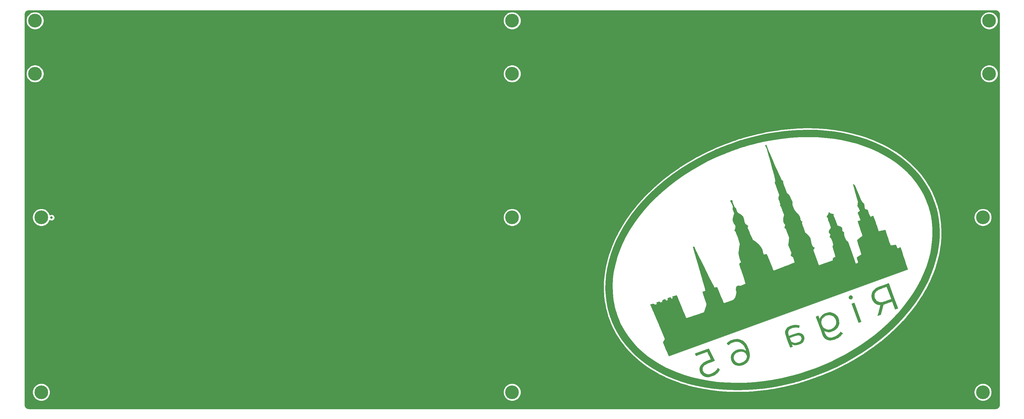
<source format=gbl>
%TF.GenerationSoftware,KiCad,Pcbnew,(5.1.10-6-gecec324121)-1*%
%TF.CreationDate,2021-07-06T17:39:12+03:00*%
%TF.ProjectId,bottomplate,626f7474-6f6d-4706-9c61-74652e6b6963,rev?*%
%TF.SameCoordinates,Original*%
%TF.FileFunction,Copper,L2,Bot*%
%TF.FilePolarity,Positive*%
%FSLAX46Y46*%
G04 Gerber Fmt 4.6, Leading zero omitted, Abs format (unit mm)*
G04 Created by KiCad (PCBNEW (5.1.10-6-gecec324121)-1) date 2021-07-06 17:39:12*
%MOMM*%
%LPD*%
G01*
G04 APERTURE LIST*
%TA.AperFunction,EtchedComponent*%
%ADD10C,1.500000*%
%TD*%
%TA.AperFunction,EtchedComponent*%
%ADD11C,0.010000*%
%TD*%
%TA.AperFunction,ComponentPad*%
%ADD12C,4.400000*%
%TD*%
%TA.AperFunction,ViaPad*%
%ADD13C,0.800000*%
%TD*%
%TA.AperFunction,NonConductor*%
%ADD14C,0.254000*%
%TD*%
%TA.AperFunction,NonConductor*%
%ADD15C,0.100000*%
%TD*%
G04 APERTURE END LIST*
D10*
%TO.C,G\u002A\u002A\u002A*%
G36*
X252087156Y-117446886D02*
G01*
X251198499Y-117764314D01*
X250408944Y-118039332D01*
X249691924Y-118280338D01*
X249020869Y-118495725D01*
X248369213Y-118693892D01*
X247710388Y-118883232D01*
X247017825Y-119072144D01*
X246264956Y-119269023D01*
X245774390Y-119394175D01*
X242854776Y-120071992D01*
X239949451Y-120624532D01*
X237063942Y-121053064D01*
X234203767Y-121358859D01*
X231374451Y-121543187D01*
X228581518Y-121607319D01*
X225830490Y-121552524D01*
X223126888Y-121380073D01*
X220476238Y-121091236D01*
X217884060Y-120687281D01*
X215355878Y-120169482D01*
X212897215Y-119539108D01*
X210513593Y-118797427D01*
X208210536Y-117945712D01*
X205993566Y-116985232D01*
X203868206Y-115917256D01*
X201839979Y-114743057D01*
X199914407Y-113463903D01*
X198097014Y-112081063D01*
X196393322Y-110595811D01*
X194808854Y-109009414D01*
X193362706Y-107340014D01*
X192068405Y-105607439D01*
X190923203Y-103813254D01*
X189926877Y-101962062D01*
X189079201Y-100058461D01*
X188379950Y-98107052D01*
X187828900Y-96112434D01*
X187425828Y-94079207D01*
X187170506Y-92011972D01*
X187062710Y-89915328D01*
X187102217Y-87793875D01*
X187288802Y-85652213D01*
X187622240Y-83494941D01*
X188102305Y-81326661D01*
X188728775Y-79151970D01*
X189501423Y-76975471D01*
X190420025Y-74801762D01*
X191484357Y-72635444D01*
X192694193Y-70481116D01*
X194049310Y-68343379D01*
X195358275Y-66484336D01*
X197148781Y-64192021D01*
X199082844Y-61972601D01*
X201156251Y-59829369D01*
X203364787Y-57765617D01*
X205704238Y-55784636D01*
X208170390Y-53889719D01*
X210759029Y-52084158D01*
X213465941Y-50371244D01*
X216286911Y-48754269D01*
X219217726Y-47236524D01*
X221209509Y-46291082D01*
X221566628Y-46134050D01*
X222043886Y-45934072D01*
X222620283Y-45699201D01*
X223274825Y-45437483D01*
X223986514Y-45156969D01*
X224734352Y-44865708D01*
X225497342Y-44571750D01*
X226254489Y-44283145D01*
X226984795Y-44007942D01*
X227667263Y-43754189D01*
X228280895Y-43529937D01*
X228804696Y-43343235D01*
X229217668Y-43202133D01*
X229484934Y-43118583D01*
X229695342Y-43057903D01*
X230026796Y-42961202D01*
X230443736Y-42838907D01*
X230910605Y-42701438D01*
X231251964Y-42600615D01*
X233172925Y-42066500D01*
X235194196Y-41568158D01*
X237254165Y-41119908D01*
X239225383Y-40747494D01*
X242189199Y-40295020D01*
X245128811Y-39971896D01*
X248038029Y-39776885D01*
X250910661Y-39708742D01*
X253740521Y-39766229D01*
X256521420Y-39948101D01*
X259247167Y-40253119D01*
X261911573Y-40680041D01*
X264508449Y-41227627D01*
X267031608Y-41894632D01*
X269474857Y-42679819D01*
X271832010Y-43581944D01*
X274096876Y-44599766D01*
X276263266Y-45732044D01*
X278324992Y-46977538D01*
X280275865Y-48335003D01*
X281393525Y-49205086D01*
X283110286Y-50698466D01*
X284691635Y-52281642D01*
X286142000Y-53959997D01*
X287465810Y-55738916D01*
X288667494Y-57623780D01*
X289400271Y-58936791D01*
X289648960Y-59444737D01*
X289927715Y-60077597D01*
X290224551Y-60802446D01*
X290527484Y-61586359D01*
X290599428Y-61782555D01*
X289832215Y-62061798D01*
X289536073Y-61285553D01*
X289243847Y-60562630D01*
X288967543Y-59926081D01*
X288719166Y-59408958D01*
X288682058Y-59338075D01*
X287638018Y-57507633D01*
X286523011Y-55814908D01*
X285327828Y-54246400D01*
X284725007Y-53536005D01*
X283192294Y-51914040D01*
X281536528Y-50394138D01*
X279763239Y-48977632D01*
X277877961Y-47665853D01*
X275886223Y-46460132D01*
X273793562Y-45361802D01*
X271605507Y-44372195D01*
X269327589Y-43492641D01*
X266965344Y-42724472D01*
X264524300Y-42069022D01*
X262009992Y-41527620D01*
X259427950Y-41101599D01*
X256783707Y-40792291D01*
X254082796Y-40601028D01*
X251330749Y-40529141D01*
X248533095Y-40577962D01*
X245695371Y-40748822D01*
X242823106Y-41043054D01*
X239921832Y-41461990D01*
X236997083Y-42006960D01*
X236909208Y-42025234D01*
X235854858Y-42256375D01*
X234716499Y-42525706D01*
X233556145Y-42817642D01*
X232435814Y-43116596D01*
X231454553Y-43396015D01*
X230973830Y-43537920D01*
X230517858Y-43672026D01*
X230122193Y-43787912D01*
X229822395Y-43875154D01*
X229687499Y-43913919D01*
X229397291Y-44005080D01*
X228976883Y-44149380D01*
X228447490Y-44338677D01*
X227830326Y-44564831D01*
X227146605Y-44819698D01*
X226417542Y-45095138D01*
X225664349Y-45383007D01*
X224908242Y-45675166D01*
X224170433Y-45963471D01*
X223472137Y-46239782D01*
X222834569Y-46495956D01*
X222278941Y-46723852D01*
X221826469Y-46915328D01*
X221565725Y-47030983D01*
X218740124Y-48393840D01*
X216010547Y-49848485D01*
X213381061Y-51390757D01*
X210855729Y-53016492D01*
X208438618Y-54721531D01*
X206133794Y-56501713D01*
X203945321Y-58352874D01*
X201877267Y-60270854D01*
X199933697Y-62251491D01*
X198118676Y-64290624D01*
X196436270Y-66384093D01*
X194890545Y-68527734D01*
X193485567Y-70717388D01*
X192225401Y-72948892D01*
X191114113Y-75218085D01*
X190155768Y-77520805D01*
X189354433Y-79852890D01*
X189289167Y-80067349D01*
X188694917Y-82300709D01*
X188262486Y-84517726D01*
X187991674Y-86722809D01*
X187882281Y-88920366D01*
X187934105Y-91114802D01*
X188146946Y-93310526D01*
X188520602Y-95511946D01*
X188573734Y-95765020D01*
X188705397Y-96296867D01*
X188893952Y-96943540D01*
X189127300Y-97671805D01*
X189393345Y-98448428D01*
X189679992Y-99240174D01*
X189975144Y-100013809D01*
X190266704Y-100736099D01*
X190542575Y-101373809D01*
X190790664Y-101893704D01*
X190836345Y-101981495D01*
X191954084Y-103923260D01*
X193194765Y-105760858D01*
X194559552Y-107495359D01*
X196049612Y-109127832D01*
X197666113Y-110659351D01*
X199410218Y-112090984D01*
X201283097Y-113423803D01*
X203285914Y-114658878D01*
X205419835Y-115797280D01*
X206395047Y-116265251D01*
X208810438Y-117299075D01*
X211314562Y-118199786D01*
X213901015Y-118967041D01*
X216563387Y-119600502D01*
X219295274Y-120099832D01*
X222090269Y-120464689D01*
X224941961Y-120694737D01*
X227843948Y-120789633D01*
X230789821Y-120749040D01*
X233773173Y-120572619D01*
X236787597Y-120260029D01*
X239826686Y-119810932D01*
X242884034Y-119224990D01*
X245953234Y-118501861D01*
X246406108Y-118383687D01*
X248831844Y-117691480D01*
X251312709Y-116885406D01*
X253805328Y-115981898D01*
X256266323Y-114997387D01*
X258652319Y-113948307D01*
X260648230Y-112988408D01*
X263288447Y-111595373D01*
X265834393Y-110117589D01*
X268282572Y-108559613D01*
X270629484Y-106926005D01*
X272871629Y-105221320D01*
X275005508Y-103450118D01*
X277027623Y-101616955D01*
X278934474Y-99726393D01*
X280722561Y-97782987D01*
X282388388Y-95791295D01*
X283928453Y-93755876D01*
X285339258Y-91681288D01*
X286617303Y-89572089D01*
X287759091Y-87432837D01*
X288761122Y-85268089D01*
X289619895Y-83082404D01*
X290331913Y-80880340D01*
X290893676Y-78666455D01*
X291301684Y-76445307D01*
X291552441Y-74221454D01*
X291633529Y-72626096D01*
X291605525Y-70474419D01*
X291415714Y-68309667D01*
X291063871Y-66129510D01*
X290951479Y-65586023D01*
X290815838Y-65038952D01*
X290624084Y-64379943D01*
X290388227Y-63642045D01*
X290120268Y-62858314D01*
X289832215Y-62061798D01*
X290599428Y-61782555D01*
X290824532Y-62396413D01*
X291103709Y-63199683D01*
X291353033Y-63963244D01*
X291560519Y-64654169D01*
X291714186Y-65239536D01*
X291746683Y-65383506D01*
X292122962Y-67425914D01*
X292359269Y-69422223D01*
X292457061Y-71405947D01*
X292417795Y-73410596D01*
X292242926Y-75469679D01*
X292200542Y-75821768D01*
X291832522Y-78111829D01*
X291303546Y-80399809D01*
X290615980Y-82680992D01*
X289772191Y-84950661D01*
X288774546Y-87204095D01*
X287625411Y-89436578D01*
X286327155Y-91643393D01*
X284882140Y-93819819D01*
X283292737Y-95961141D01*
X281561311Y-98062638D01*
X280382658Y-99381371D01*
X278223449Y-101604526D01*
X275930933Y-103734383D01*
X273506683Y-105769784D01*
X270952269Y-107709571D01*
X268269263Y-109552587D01*
X265459234Y-111297674D01*
X262523754Y-112943673D01*
X260724889Y-113872233D01*
X259902079Y-114278554D01*
X259123663Y-114650574D01*
X258363706Y-114999202D01*
X257596269Y-115335347D01*
X256795418Y-115669917D01*
X255935213Y-116013822D01*
X254989721Y-116377972D01*
X253933003Y-116773273D01*
X253101483Y-117078652D01*
X252087156Y-117446886D01*
G37*
X252087156Y-117446886D02*
X251198499Y-117764314D01*
X250408944Y-118039332D01*
X249691924Y-118280338D01*
X249020869Y-118495725D01*
X248369213Y-118693892D01*
X247710388Y-118883232D01*
X247017825Y-119072144D01*
X246264956Y-119269023D01*
X245774390Y-119394175D01*
X242854776Y-120071992D01*
X239949451Y-120624532D01*
X237063942Y-121053064D01*
X234203767Y-121358859D01*
X231374451Y-121543187D01*
X228581518Y-121607319D01*
X225830490Y-121552524D01*
X223126888Y-121380073D01*
X220476238Y-121091236D01*
X217884060Y-120687281D01*
X215355878Y-120169482D01*
X212897215Y-119539108D01*
X210513593Y-118797427D01*
X208210536Y-117945712D01*
X205993566Y-116985232D01*
X203868206Y-115917256D01*
X201839979Y-114743057D01*
X199914407Y-113463903D01*
X198097014Y-112081063D01*
X196393322Y-110595811D01*
X194808854Y-109009414D01*
X193362706Y-107340014D01*
X192068405Y-105607439D01*
X190923203Y-103813254D01*
X189926877Y-101962062D01*
X189079201Y-100058461D01*
X188379950Y-98107052D01*
X187828900Y-96112434D01*
X187425828Y-94079207D01*
X187170506Y-92011972D01*
X187062710Y-89915328D01*
X187102217Y-87793875D01*
X187288802Y-85652213D01*
X187622240Y-83494941D01*
X188102305Y-81326661D01*
X188728775Y-79151970D01*
X189501423Y-76975471D01*
X190420025Y-74801762D01*
X191484357Y-72635444D01*
X192694193Y-70481116D01*
X194049310Y-68343379D01*
X195358275Y-66484336D01*
X197148781Y-64192021D01*
X199082844Y-61972601D01*
X201156251Y-59829369D01*
X203364787Y-57765617D01*
X205704238Y-55784636D01*
X208170390Y-53889719D01*
X210759029Y-52084158D01*
X213465941Y-50371244D01*
X216286911Y-48754269D01*
X219217726Y-47236524D01*
X221209509Y-46291082D01*
X221566628Y-46134050D01*
X222043886Y-45934072D01*
X222620283Y-45699201D01*
X223274825Y-45437483D01*
X223986514Y-45156969D01*
X224734352Y-44865708D01*
X225497342Y-44571750D01*
X226254489Y-44283145D01*
X226984795Y-44007942D01*
X227667263Y-43754189D01*
X228280895Y-43529937D01*
X228804696Y-43343235D01*
X229217668Y-43202133D01*
X229484934Y-43118583D01*
X229695342Y-43057903D01*
X230026796Y-42961202D01*
X230443736Y-42838907D01*
X230910605Y-42701438D01*
X231251964Y-42600615D01*
X233172925Y-42066500D01*
X235194196Y-41568158D01*
X237254165Y-41119908D01*
X239225383Y-40747494D01*
X242189199Y-40295020D01*
X245128811Y-39971896D01*
X248038029Y-39776885D01*
X250910661Y-39708742D01*
X253740521Y-39766229D01*
X256521420Y-39948101D01*
X259247167Y-40253119D01*
X261911573Y-40680041D01*
X264508449Y-41227627D01*
X267031608Y-41894632D01*
X269474857Y-42679819D01*
X271832010Y-43581944D01*
X274096876Y-44599766D01*
X276263266Y-45732044D01*
X278324992Y-46977538D01*
X280275865Y-48335003D01*
X281393525Y-49205086D01*
X283110286Y-50698466D01*
X284691635Y-52281642D01*
X286142000Y-53959997D01*
X287465810Y-55738916D01*
X288667494Y-57623780D01*
X289400271Y-58936791D01*
X289648960Y-59444737D01*
X289927715Y-60077597D01*
X290224551Y-60802446D01*
X290527484Y-61586359D01*
X290599428Y-61782555D01*
X289832215Y-62061798D01*
X289536073Y-61285553D01*
X289243847Y-60562630D01*
X288967543Y-59926081D01*
X288719166Y-59408958D01*
X288682058Y-59338075D01*
X287638018Y-57507633D01*
X286523011Y-55814908D01*
X285327828Y-54246400D01*
X284725007Y-53536005D01*
X283192294Y-51914040D01*
X281536528Y-50394138D01*
X279763239Y-48977632D01*
X277877961Y-47665853D01*
X275886223Y-46460132D01*
X273793562Y-45361802D01*
X271605507Y-44372195D01*
X269327589Y-43492641D01*
X266965344Y-42724472D01*
X264524300Y-42069022D01*
X262009992Y-41527620D01*
X259427950Y-41101599D01*
X256783707Y-40792291D01*
X254082796Y-40601028D01*
X251330749Y-40529141D01*
X248533095Y-40577962D01*
X245695371Y-40748822D01*
X242823106Y-41043054D01*
X239921832Y-41461990D01*
X236997083Y-42006960D01*
X236909208Y-42025234D01*
X235854858Y-42256375D01*
X234716499Y-42525706D01*
X233556145Y-42817642D01*
X232435814Y-43116596D01*
X231454553Y-43396015D01*
X230973830Y-43537920D01*
X230517858Y-43672026D01*
X230122193Y-43787912D01*
X229822395Y-43875154D01*
X229687499Y-43913919D01*
X229397291Y-44005080D01*
X228976883Y-44149380D01*
X228447490Y-44338677D01*
X227830326Y-44564831D01*
X227146605Y-44819698D01*
X226417542Y-45095138D01*
X225664349Y-45383007D01*
X224908242Y-45675166D01*
X224170433Y-45963471D01*
X223472137Y-46239782D01*
X222834569Y-46495956D01*
X222278941Y-46723852D01*
X221826469Y-46915328D01*
X221565725Y-47030983D01*
X218740124Y-48393840D01*
X216010547Y-49848485D01*
X213381061Y-51390757D01*
X210855729Y-53016492D01*
X208438618Y-54721531D01*
X206133794Y-56501713D01*
X203945321Y-58352874D01*
X201877267Y-60270854D01*
X199933697Y-62251491D01*
X198118676Y-64290624D01*
X196436270Y-66384093D01*
X194890545Y-68527734D01*
X193485567Y-70717388D01*
X192225401Y-72948892D01*
X191114113Y-75218085D01*
X190155768Y-77520805D01*
X189354433Y-79852890D01*
X189289167Y-80067349D01*
X188694917Y-82300709D01*
X188262486Y-84517726D01*
X187991674Y-86722809D01*
X187882281Y-88920366D01*
X187934105Y-91114802D01*
X188146946Y-93310526D01*
X188520602Y-95511946D01*
X188573734Y-95765020D01*
X188705397Y-96296867D01*
X188893952Y-96943540D01*
X189127300Y-97671805D01*
X189393345Y-98448428D01*
X189679992Y-99240174D01*
X189975144Y-100013809D01*
X190266704Y-100736099D01*
X190542575Y-101373809D01*
X190790664Y-101893704D01*
X190836345Y-101981495D01*
X191954084Y-103923260D01*
X193194765Y-105760858D01*
X194559552Y-107495359D01*
X196049612Y-109127832D01*
X197666113Y-110659351D01*
X199410218Y-112090984D01*
X201283097Y-113423803D01*
X203285914Y-114658878D01*
X205419835Y-115797280D01*
X206395047Y-116265251D01*
X208810438Y-117299075D01*
X211314562Y-118199786D01*
X213901015Y-118967041D01*
X216563387Y-119600502D01*
X219295274Y-120099832D01*
X222090269Y-120464689D01*
X224941961Y-120694737D01*
X227843948Y-120789633D01*
X230789821Y-120749040D01*
X233773173Y-120572619D01*
X236787597Y-120260029D01*
X239826686Y-119810932D01*
X242884034Y-119224990D01*
X245953234Y-118501861D01*
X246406108Y-118383687D01*
X248831844Y-117691480D01*
X251312709Y-116885406D01*
X253805328Y-115981898D01*
X256266323Y-114997387D01*
X258652319Y-113948307D01*
X260648230Y-112988408D01*
X263288447Y-111595373D01*
X265834393Y-110117589D01*
X268282572Y-108559613D01*
X270629484Y-106926005D01*
X272871629Y-105221320D01*
X275005508Y-103450118D01*
X277027623Y-101616955D01*
X278934474Y-99726393D01*
X280722561Y-97782987D01*
X282388388Y-95791295D01*
X283928453Y-93755876D01*
X285339258Y-91681288D01*
X286617303Y-89572089D01*
X287759091Y-87432837D01*
X288761122Y-85268089D01*
X289619895Y-83082404D01*
X290331913Y-80880340D01*
X290893676Y-78666455D01*
X291301684Y-76445307D01*
X291552441Y-74221454D01*
X291633529Y-72626096D01*
X291605525Y-70474419D01*
X291415714Y-68309667D01*
X291063871Y-66129510D01*
X290951479Y-65586023D01*
X290815838Y-65038952D01*
X290624084Y-64379943D01*
X290388227Y-63642045D01*
X290120268Y-62858314D01*
X289832215Y-62061798D01*
X290599428Y-61782555D01*
X290824532Y-62396413D01*
X291103709Y-63199683D01*
X291353033Y-63963244D01*
X291560519Y-64654169D01*
X291714186Y-65239536D01*
X291746683Y-65383506D01*
X292122962Y-67425914D01*
X292359269Y-69422223D01*
X292457061Y-71405947D01*
X292417795Y-73410596D01*
X292242926Y-75469679D01*
X292200542Y-75821768D01*
X291832522Y-78111829D01*
X291303546Y-80399809D01*
X290615980Y-82680992D01*
X289772191Y-84950661D01*
X288774546Y-87204095D01*
X287625411Y-89436578D01*
X286327155Y-91643393D01*
X284882140Y-93819819D01*
X283292737Y-95961141D01*
X281561311Y-98062638D01*
X280382658Y-99381371D01*
X278223449Y-101604526D01*
X275930933Y-103734383D01*
X273506683Y-105769784D01*
X270952269Y-107709571D01*
X268269263Y-109552587D01*
X265459234Y-111297674D01*
X262523754Y-112943673D01*
X260724889Y-113872233D01*
X259902079Y-114278554D01*
X259123663Y-114650574D01*
X258363706Y-114999202D01*
X257596269Y-115335347D01*
X256795418Y-115669917D01*
X255935213Y-116013822D01*
X254989721Y-116377972D01*
X253933003Y-116773273D01*
X253101483Y-117078652D01*
X252087156Y-117446886D01*
D11*
G36*
X237443539Y-43883045D02*
G01*
X237428738Y-44054860D01*
X237542639Y-44289255D01*
X237596944Y-44362798D01*
X237641426Y-44420850D01*
X237683035Y-44483575D01*
X237725448Y-44563131D01*
X237772342Y-44671678D01*
X237827395Y-44821376D01*
X237894283Y-45024385D01*
X237976683Y-45292865D01*
X238078272Y-45638974D01*
X238202727Y-46074875D01*
X238353725Y-46612725D01*
X238534943Y-47264685D01*
X238750057Y-48042914D01*
X239002745Y-48959572D01*
X239164268Y-49546016D01*
X239458723Y-50616164D01*
X239712217Y-51540871D01*
X239927485Y-52332084D01*
X240107259Y-53001754D01*
X240254270Y-53561830D01*
X240371252Y-54024262D01*
X240460938Y-54401000D01*
X240526060Y-54703992D01*
X240569352Y-54945189D01*
X240593545Y-55136540D01*
X240601374Y-55289995D01*
X240595569Y-55417502D01*
X240578865Y-55531013D01*
X240556297Y-55633034D01*
X240501355Y-55917755D01*
X240509044Y-56110041D01*
X240582651Y-56269636D01*
X240592063Y-56283624D01*
X240660585Y-56420528D01*
X240771912Y-56686282D01*
X240916082Y-57055146D01*
X241083130Y-57501386D01*
X241263092Y-57999262D01*
X241334325Y-58201013D01*
X241933557Y-59909720D01*
X241773058Y-60281976D01*
X241676047Y-60559803D01*
X241642859Y-60827498D01*
X241677957Y-61123074D01*
X241785809Y-61484548D01*
X241968248Y-61943737D01*
X242111971Y-62291053D01*
X242196822Y-62529601D01*
X242231638Y-62699269D01*
X242225252Y-62839939D01*
X242194483Y-62964975D01*
X242147505Y-63163412D01*
X242173030Y-63277690D01*
X242286907Y-63376853D01*
X242289445Y-63378631D01*
X242368220Y-63454864D01*
X242453379Y-63587614D01*
X242554855Y-63798641D01*
X242682580Y-64109703D01*
X242846489Y-64542559D01*
X242951158Y-64828053D01*
X243432836Y-66151452D01*
X243299826Y-66733333D01*
X243206153Y-67264654D01*
X243167455Y-67772531D01*
X243184957Y-68212591D01*
X243250607Y-68516300D01*
X243357074Y-68737503D01*
X243517531Y-68998590D01*
X243589713Y-69100383D01*
X243836539Y-69430929D01*
X243678174Y-69821014D01*
X243579447Y-70083416D01*
X243556665Y-70251461D01*
X243620423Y-70380490D01*
X243781311Y-70525846D01*
X243818831Y-70555959D01*
X243912960Y-70640734D01*
X243997537Y-70747089D01*
X244084219Y-70899499D01*
X244184664Y-71122445D01*
X244310530Y-71440404D01*
X244473474Y-71877854D01*
X244556056Y-72103883D01*
X245048616Y-73456288D01*
X244916088Y-74665561D01*
X244783559Y-75874833D01*
X245813148Y-78371445D01*
X245683322Y-78756574D01*
X245613766Y-78996917D01*
X245582098Y-79177428D01*
X245585189Y-79228785D01*
X245669859Y-79319754D01*
X245846921Y-79448460D01*
X245942045Y-79507414D01*
X246267206Y-79698961D01*
X246532103Y-80566474D01*
X246796999Y-81433985D01*
X246267068Y-81674388D01*
X246068081Y-81759242D01*
X245737624Y-81893744D01*
X245296923Y-82069527D01*
X244767201Y-82278230D01*
X244169686Y-82511484D01*
X243525602Y-82760925D01*
X242903538Y-83000051D01*
X240069940Y-84085311D01*
X239736572Y-83307485D01*
X239607386Y-83002697D01*
X239430452Y-82580442D01*
X239219801Y-82074462D01*
X238989465Y-81518499D01*
X238753473Y-80946296D01*
X238645541Y-80683653D01*
X238431774Y-80169844D01*
X238233956Y-79707601D01*
X238061605Y-79318113D01*
X237924238Y-79022572D01*
X237831375Y-78842166D01*
X237797419Y-78795468D01*
X237671214Y-78788948D01*
X237447801Y-78818556D01*
X237292803Y-78850774D01*
X237111575Y-78893851D01*
X236983352Y-78907655D01*
X236891415Y-78869665D01*
X236819047Y-78757364D01*
X236749528Y-78548233D01*
X236666140Y-78219754D01*
X236589907Y-77904047D01*
X236447739Y-77390363D01*
X236291539Y-76983218D01*
X236144963Y-76700531D01*
X235761849Y-76141478D01*
X235278874Y-75588681D01*
X234738190Y-75083077D01*
X234181950Y-74665602D01*
X233846320Y-74468237D01*
X233440291Y-74258391D01*
X233003558Y-73293454D01*
X232788190Y-72811312D01*
X232543812Y-72254329D01*
X232303654Y-71698688D01*
X232137471Y-71307710D01*
X231965947Y-70897638D01*
X231850451Y-70607410D01*
X231783641Y-70406319D01*
X231758173Y-70263659D01*
X231766705Y-70148724D01*
X231801893Y-70030805D01*
X231820108Y-69980520D01*
X231932100Y-69674137D01*
X231627340Y-69539893D01*
X231377600Y-69389099D01*
X231129829Y-69178330D01*
X231070320Y-69114455D01*
X230960322Y-68979666D01*
X230878422Y-68847677D01*
X230811672Y-68682518D01*
X230747124Y-68448223D01*
X230671833Y-68108825D01*
X230622298Y-67869915D01*
X230508026Y-67359205D01*
X230392490Y-66977109D01*
X230255487Y-66689998D01*
X230076806Y-66464245D01*
X229836239Y-66266221D01*
X229548445Y-66082922D01*
X229113758Y-65822929D01*
X228796765Y-65623349D01*
X228574750Y-65461137D01*
X228424994Y-65313245D01*
X228324780Y-65156629D01*
X228251392Y-64968243D01*
X228182110Y-64725038D01*
X228171704Y-64686272D01*
X228073101Y-64348126D01*
X227978685Y-64115910D01*
X227861249Y-63935255D01*
X227714789Y-63773244D01*
X227549823Y-63581579D01*
X227410523Y-63355101D01*
X227272423Y-63048741D01*
X227157557Y-62746686D01*
X227042137Y-62401258D01*
X226956250Y-62089468D01*
X226912285Y-61859046D01*
X226909680Y-61791748D01*
X226866784Y-61566197D01*
X226715213Y-61448974D01*
X226484892Y-61461977D01*
X226467311Y-61468070D01*
X226297355Y-61594858D01*
X226267932Y-61791362D01*
X226379003Y-62044098D01*
X226469225Y-62165823D01*
X226615486Y-62388496D01*
X226775582Y-62700956D01*
X226915498Y-63036807D01*
X226915642Y-63037203D01*
X227024886Y-63357936D01*
X227075529Y-63583051D01*
X227074085Y-63766734D01*
X227027066Y-63963176D01*
X227026955Y-63963538D01*
X226982497Y-64128584D01*
X226971157Y-64271181D01*
X227001117Y-64433311D01*
X227080559Y-64656966D01*
X227217666Y-64984131D01*
X227232659Y-65019028D01*
X227541581Y-65737595D01*
X227281587Y-66478750D01*
X227162109Y-66848786D01*
X227064464Y-67205809D01*
X227003777Y-67492227D01*
X226992917Y-67577997D01*
X227022303Y-67993294D01*
X227157002Y-68456504D01*
X227377387Y-68910315D01*
X227524636Y-69130654D01*
X227692063Y-69377637D01*
X227825396Y-69615552D01*
X227862194Y-69699897D01*
X227892595Y-69927369D01*
X227870603Y-70239543D01*
X227806448Y-70570259D01*
X227710358Y-70853355D01*
X227672557Y-70926455D01*
X227621278Y-71143551D01*
X227709923Y-71330018D01*
X227805667Y-71396234D01*
X227878877Y-71494170D01*
X227991601Y-71725672D01*
X228135457Y-72068143D01*
X228302055Y-72498986D01*
X228483011Y-72995606D01*
X228669937Y-73535406D01*
X228854448Y-74095789D01*
X229028156Y-74654159D01*
X229082000Y-74835219D01*
X229318273Y-75639897D01*
X229140757Y-76465191D01*
X228995193Y-77205145D01*
X228908132Y-77831390D01*
X228881357Y-78383401D01*
X228916655Y-78900649D01*
X229015809Y-79422608D01*
X229180605Y-79988752D01*
X229317924Y-80383104D01*
X229685189Y-81392154D01*
X229385250Y-81578936D01*
X229198727Y-81709584D01*
X229124917Y-81830978D01*
X229132355Y-82010639D01*
X229146663Y-82090964D01*
X229186727Y-82241514D01*
X229273760Y-82526875D01*
X229401379Y-82927477D01*
X229563202Y-83423744D01*
X229752845Y-83996105D01*
X229963928Y-84624984D01*
X230190065Y-85290811D01*
X230191034Y-85293648D01*
X230446384Y-86042999D01*
X230652283Y-86652754D01*
X230813045Y-87137558D01*
X230932982Y-87512054D01*
X231016410Y-87790887D01*
X231067641Y-87988703D01*
X231090992Y-88120146D01*
X231090775Y-88199860D01*
X231071304Y-88242493D01*
X231062052Y-88250455D01*
X230942984Y-88315404D01*
X230711421Y-88427115D01*
X230404927Y-88567821D01*
X230174931Y-88670095D01*
X229822925Y-88822145D01*
X229583805Y-88914738D01*
X229421816Y-88956144D01*
X229301206Y-88954640D01*
X229186222Y-88918497D01*
X229156102Y-88905850D01*
X228852595Y-88855552D01*
X228611908Y-88910702D01*
X228400658Y-88997649D01*
X228266540Y-89097865D01*
X228175847Y-89255449D01*
X228094881Y-89514502D01*
X228065669Y-89625459D01*
X228006659Y-89943403D01*
X228021277Y-90228369D01*
X228099127Y-90529805D01*
X228169052Y-90786425D01*
X228192702Y-91007490D01*
X228168831Y-91252627D01*
X228096189Y-91581459D01*
X228075391Y-91663713D01*
X227904541Y-92264576D01*
X227731911Y-92723229D01*
X227546570Y-93060546D01*
X227337581Y-93297406D01*
X227152938Y-93424862D01*
X226971624Y-93508138D01*
X226684747Y-93622244D01*
X226321755Y-93757193D01*
X225912102Y-93903000D01*
X225485237Y-94049679D01*
X225070612Y-94187246D01*
X224697677Y-94305711D01*
X224395882Y-94395093D01*
X224194681Y-94445402D01*
X224126413Y-94451048D01*
X224081976Y-94370886D01*
X223984674Y-94156702D01*
X223842003Y-93826257D01*
X223661457Y-93397311D01*
X223450532Y-92887623D01*
X223216722Y-92314955D01*
X223033146Y-91860499D01*
X222003227Y-89299489D01*
X221564287Y-89391371D01*
X221320087Y-89439589D01*
X221153319Y-89467028D01*
X221108181Y-89469371D01*
X221068244Y-89393960D01*
X220959098Y-89179064D01*
X220784154Y-88831517D01*
X220546818Y-88358149D01*
X220250501Y-87765790D01*
X219898612Y-87061272D01*
X219494562Y-86251427D01*
X219041758Y-85343083D01*
X218543610Y-84343075D01*
X218003527Y-83258231D01*
X217424918Y-82095383D01*
X216811194Y-80861362D01*
X216584481Y-80405367D01*
X216257602Y-79744974D01*
X215944826Y-79107621D01*
X215655817Y-78513403D01*
X215400239Y-77982413D01*
X215187757Y-77534746D01*
X215028038Y-77190494D01*
X214930743Y-76969751D01*
X214923755Y-76952598D01*
X214802370Y-76658852D01*
X214715380Y-76487888D01*
X214638951Y-76409877D01*
X214549248Y-76394991D01*
X214484648Y-76403058D01*
X214329165Y-76433113D01*
X214274810Y-76451720D01*
X214295283Y-76531111D01*
X214354918Y-76742072D01*
X214446492Y-77059555D01*
X214562782Y-77458508D01*
X214686671Y-77880312D01*
X214850946Y-78439477D01*
X215041380Y-79090662D01*
X215253781Y-79819327D01*
X215483958Y-80610936D01*
X215727723Y-81450946D01*
X215980883Y-82324820D01*
X216239247Y-83218018D01*
X216498628Y-84116000D01*
X216754832Y-85004227D01*
X217003672Y-85868159D01*
X217240954Y-86693259D01*
X217462489Y-87464985D01*
X217664087Y-88168798D01*
X217841557Y-88790160D01*
X217990708Y-89314530D01*
X218107351Y-89727370D01*
X218187295Y-90014140D01*
X218226347Y-90160299D01*
X218228058Y-90167571D01*
X218304232Y-90505203D01*
X217369793Y-90896818D01*
X217895448Y-92487224D01*
X218064094Y-92997291D01*
X218223976Y-93480512D01*
X218364771Y-93905714D01*
X218476158Y-94241724D01*
X218547813Y-94457370D01*
X218553011Y-94472960D01*
X218599785Y-94627942D01*
X218622555Y-94770593D01*
X218616176Y-94930494D01*
X218575501Y-95137227D01*
X218495386Y-95420371D01*
X218370682Y-95809509D01*
X218265147Y-96127692D01*
X217845373Y-97387093D01*
X215476246Y-98196067D01*
X214859850Y-98405369D01*
X214270231Y-98603376D01*
X213731531Y-98782147D01*
X213267891Y-98933746D01*
X212903449Y-99050230D01*
X212662344Y-99123664D01*
X212619287Y-99135681D01*
X212131454Y-99266319D01*
X211928604Y-98846476D01*
X211854327Y-98681045D01*
X211726284Y-98382620D01*
X211552127Y-97969566D01*
X211339509Y-97460248D01*
X211096083Y-96873028D01*
X210829501Y-96226271D01*
X210547415Y-95538343D01*
X210413462Y-95210444D01*
X210134338Y-94528237D01*
X209873520Y-93894370D01*
X209637567Y-93324524D01*
X209433043Y-92834387D01*
X209266508Y-92439640D01*
X209144527Y-92155969D01*
X209073660Y-91999057D01*
X209058665Y-91972354D01*
X208966470Y-91984684D01*
X208757390Y-92036503D01*
X208470223Y-92117865D01*
X208352393Y-92153331D01*
X207688625Y-92356208D01*
X207789895Y-92634446D01*
X207846109Y-92822694D01*
X207812351Y-92922492D01*
X207661540Y-92996135D01*
X207627185Y-93008764D01*
X207448666Y-93059860D01*
X207344658Y-93021730D01*
X207253111Y-92865440D01*
X207234635Y-92825715D01*
X207133534Y-92644056D01*
X207026019Y-92582771D01*
X206873626Y-92602359D01*
X206629624Y-92687134D01*
X206406559Y-92797033D01*
X206248487Y-92918458D01*
X206212663Y-93060328D01*
X206237912Y-93191439D01*
X206266999Y-93357935D01*
X206220733Y-93460919D01*
X206065948Y-93552831D01*
X205986310Y-93589263D01*
X205668726Y-93731580D01*
X205568476Y-93456144D01*
X205484361Y-93276913D01*
X205377269Y-93198337D01*
X205213282Y-93217292D01*
X204958481Y-93330653D01*
X204846190Y-93389580D01*
X204618630Y-93519759D01*
X204508111Y-93619000D01*
X204483826Y-93725815D01*
X204500643Y-93821563D01*
X204519816Y-93957541D01*
X204471894Y-94045239D01*
X204322387Y-94122791D01*
X204179395Y-94176743D01*
X203952008Y-94251751D01*
X203824790Y-94257680D01*
X203746775Y-94187415D01*
X203704756Y-94110485D01*
X203639977Y-94003019D01*
X203556980Y-93958866D01*
X203412235Y-93974295D01*
X203162215Y-94045577D01*
X203115672Y-94060006D01*
X202627690Y-94211741D01*
X202726790Y-94484017D01*
X202779269Y-94673022D01*
X202743843Y-94771756D01*
X202643616Y-94822635D01*
X202306997Y-94916065D01*
X202054097Y-94926956D01*
X201910459Y-94855179D01*
X201895368Y-94826428D01*
X201766536Y-94691865D01*
X201519220Y-94668691D01*
X201154463Y-94756968D01*
X201092190Y-94778913D01*
X200695133Y-94923430D01*
X201012766Y-95655228D01*
X201182659Y-96050157D01*
X201384697Y-96525093D01*
X201588762Y-97009032D01*
X201707386Y-97292776D01*
X201814476Y-97549278D01*
X201977018Y-97937531D01*
X202187119Y-98438726D01*
X202436885Y-99034053D01*
X202718420Y-99704702D01*
X203023832Y-100431865D01*
X203345226Y-101196733D01*
X203674708Y-101980495D01*
X203709954Y-102064316D01*
X205335535Y-105930106D01*
X204753021Y-107045561D01*
X205321387Y-108448038D01*
X205532937Y-108966960D01*
X205753100Y-109501686D01*
X205962938Y-110006570D01*
X206143510Y-110435971D01*
X206238363Y-110657952D01*
X206586971Y-111465390D01*
X282979722Y-83660702D01*
X282241710Y-81474009D01*
X282020243Y-80815608D01*
X281789221Y-80124887D01*
X281561756Y-79441331D01*
X281350963Y-78804427D01*
X281169957Y-78253661D01*
X281063480Y-77926554D01*
X280623262Y-76565794D01*
X280122690Y-76777132D01*
X279622116Y-76988470D01*
X279180090Y-75774012D01*
X278337176Y-75890306D01*
X277984256Y-75936612D01*
X277695058Y-75970066D01*
X277505446Y-75986790D01*
X277450515Y-75986202D01*
X277415407Y-75906459D01*
X277336404Y-75689965D01*
X277219883Y-75355382D01*
X277072220Y-74921374D01*
X276899794Y-74406602D01*
X276708983Y-73829729D01*
X276600049Y-73497450D01*
X276402289Y-72895020D01*
X276219983Y-72344780D01*
X276059433Y-71865342D01*
X275926936Y-71475317D01*
X275828791Y-71193317D01*
X275771296Y-71037952D01*
X275759330Y-71013243D01*
X275671621Y-71024652D01*
X275455256Y-71067031D01*
X275140610Y-71134064D01*
X274758059Y-71219437D01*
X274662641Y-71241237D01*
X273599953Y-71485087D01*
X273448648Y-70926057D01*
X273378424Y-70691641D01*
X273262202Y-70332563D01*
X273109743Y-69877698D01*
X272930805Y-69355917D01*
X272735149Y-68796093D01*
X272598022Y-68409774D01*
X271898700Y-66452523D01*
X271494914Y-66624236D01*
X271262521Y-66728422D01*
X271099646Y-66811439D01*
X271054242Y-66842686D01*
X271004219Y-66799943D01*
X270908144Y-66632862D01*
X270778907Y-66369440D01*
X270629404Y-66037678D01*
X270472528Y-65665575D01*
X270321171Y-65281128D01*
X270262896Y-65124217D01*
X270147711Y-64814237D01*
X270063951Y-64626424D01*
X269987679Y-64529270D01*
X269894952Y-64491272D01*
X269774498Y-64481473D01*
X269516118Y-64456534D01*
X269340746Y-64389232D01*
X269226579Y-64250605D01*
X269151819Y-64011696D01*
X269094664Y-63643541D01*
X269085083Y-63565623D01*
X269041215Y-63227548D01*
X268998746Y-62944097D01*
X268964614Y-62760084D01*
X268954772Y-62724142D01*
X268882153Y-62609615D01*
X268728836Y-62413472D01*
X268525066Y-62173982D01*
X268478984Y-62122087D01*
X268349864Y-61975504D01*
X268240641Y-61840527D01*
X268141089Y-61696647D01*
X268040987Y-61523352D01*
X267930112Y-61300131D01*
X267798241Y-61006470D01*
X267635152Y-60621861D01*
X267430621Y-60125791D01*
X267189574Y-59534941D01*
X266953767Y-58958589D01*
X266726621Y-58408285D01*
X266518695Y-57909238D01*
X266340547Y-57486656D01*
X266202737Y-57165751D01*
X266117321Y-56974897D01*
X265948728Y-56666969D01*
X265786259Y-56456863D01*
X265647464Y-56361556D01*
X265549898Y-56398023D01*
X265539743Y-56416247D01*
X265539732Y-56540463D01*
X265589084Y-56810345D01*
X265688208Y-57227459D01*
X265837517Y-57793368D01*
X266037421Y-58509638D01*
X266288333Y-59377831D01*
X266561861Y-60302991D01*
X267076187Y-62027889D01*
X266996702Y-62693944D01*
X266917215Y-63359999D01*
X267284699Y-64023195D01*
X267460560Y-64360711D01*
X267580695Y-64633028D01*
X267631310Y-64807888D01*
X267631325Y-64833802D01*
X267555859Y-64967357D01*
X267389354Y-65134020D01*
X267297516Y-65205607D01*
X266984563Y-65430000D01*
X267888706Y-67914111D01*
X267416103Y-68048404D01*
X266943499Y-68182697D01*
X267156741Y-68789110D01*
X267317627Y-69252982D01*
X267491599Y-69765481D01*
X267671355Y-70303933D01*
X267849594Y-70845662D01*
X268019017Y-71367996D01*
X268172324Y-71848259D01*
X268302213Y-72263779D01*
X268401384Y-72591880D01*
X268462535Y-72809889D01*
X268478638Y-72894689D01*
X268406145Y-72963518D01*
X268228299Y-73108549D01*
X267971224Y-73309063D01*
X267661046Y-73544335D01*
X267635859Y-73563186D01*
X267321185Y-73802247D01*
X267056441Y-74010488D01*
X266868277Y-74166445D01*
X266783342Y-74248649D01*
X266781992Y-74251004D01*
X266796078Y-74346111D01*
X266854935Y-74576088D01*
X266952596Y-74920539D01*
X267083092Y-75359071D01*
X267240458Y-75871290D01*
X267418724Y-76436799D01*
X267452369Y-76542047D01*
X267634084Y-77116798D01*
X267796056Y-77643655D01*
X267932270Y-78101853D01*
X268036708Y-78470635D01*
X268103354Y-78729238D01*
X268126193Y-78856902D01*
X268125286Y-78864088D01*
X268041093Y-78948840D01*
X267845896Y-79084048D01*
X267574519Y-79246579D01*
X267428535Y-79326913D01*
X267127692Y-79499574D01*
X266881755Y-79662351D01*
X266727992Y-79789625D01*
X266698748Y-79828598D01*
X266686766Y-80020791D01*
X266767375Y-80346784D01*
X266819768Y-80498779D01*
X266925083Y-80810345D01*
X267009115Y-81099061D01*
X267049142Y-81278222D01*
X267062708Y-81432992D01*
X267019466Y-81529133D01*
X266884024Y-81606685D01*
X266695164Y-81678735D01*
X266301860Y-81821957D01*
X265078070Y-78297549D01*
X263854281Y-74773142D01*
X263530263Y-74582267D01*
X263396559Y-74499911D01*
X263295498Y-74416664D01*
X263210205Y-74303183D01*
X263123807Y-74130128D01*
X263019432Y-73868157D01*
X262880207Y-73487928D01*
X262845211Y-73390997D01*
X262677997Y-72908053D01*
X262572645Y-72553506D01*
X262523816Y-72306872D01*
X262524023Y-72158814D01*
X262523131Y-71835254D01*
X262393747Y-71609892D01*
X262248215Y-71520433D01*
X262073013Y-71405232D01*
X261973464Y-71214095D01*
X261935688Y-70912993D01*
X261934798Y-70751959D01*
X261929121Y-70512453D01*
X261881673Y-70358180D01*
X261761378Y-70211376D01*
X261691231Y-70142462D01*
X261468705Y-69983929D01*
X261159920Y-69832214D01*
X260930237Y-69749966D01*
X260418621Y-69597976D01*
X259907091Y-68192560D01*
X259691335Y-67616086D01*
X259507595Y-67158875D01*
X259360744Y-66832325D01*
X259255659Y-66647834D01*
X259237198Y-66625965D01*
X259136184Y-66490871D01*
X259149698Y-66358203D01*
X259208115Y-66249641D01*
X259289864Y-66094910D01*
X259269619Y-66009923D01*
X259136994Y-65928587D01*
X258912292Y-65856496D01*
X258652165Y-65831301D01*
X258650733Y-65831344D01*
X258344515Y-65767959D01*
X258124880Y-65611361D01*
X257909094Y-65437864D01*
X257766911Y-65406480D01*
X257688063Y-65519159D01*
X257664343Y-65698729D01*
X257595479Y-65984453D01*
X257415326Y-66189763D01*
X257232789Y-66369357D01*
X257107811Y-66554433D01*
X257102905Y-66565829D01*
X257061719Y-66702422D01*
X257096161Y-66806989D01*
X257230076Y-66945489D01*
X257245191Y-66959448D01*
X257402972Y-67139109D01*
X257470300Y-67339898D01*
X257483475Y-67477373D01*
X257517871Y-67664032D01*
X257600881Y-67969886D01*
X257722436Y-68361692D01*
X257872464Y-68806208D01*
X257962240Y-69057742D01*
X258422710Y-70322872D01*
X258126793Y-70699813D01*
X257888752Y-71083505D01*
X257765563Y-71464264D01*
X257758722Y-71813829D01*
X257869723Y-72103934D01*
X258043567Y-72273695D01*
X258205837Y-72416789D01*
X258253228Y-72587668D01*
X258192143Y-72829239D01*
X258143675Y-72944359D01*
X257990859Y-73285904D01*
X258280369Y-73534593D01*
X258406923Y-73651791D01*
X258506798Y-73775598D01*
X258596710Y-73939202D01*
X258693383Y-74175799D01*
X258813534Y-74518578D01*
X258887592Y-74740014D01*
X259019347Y-75141654D01*
X259103333Y-75421642D01*
X259144327Y-75612988D01*
X259147104Y-75748700D01*
X259116439Y-75861789D01*
X259065428Y-75969114D01*
X258976845Y-76150734D01*
X258934080Y-76256611D01*
X258933367Y-76264518D01*
X258956356Y-76346784D01*
X259015447Y-76561258D01*
X259103677Y-76882580D01*
X259214083Y-77285392D01*
X259330397Y-77710333D01*
X259461719Y-78186180D01*
X259584410Y-78623027D01*
X259689625Y-78989964D01*
X259768517Y-79256080D01*
X259807971Y-79379086D01*
X259851555Y-79521239D01*
X259834032Y-79613192D01*
X259726470Y-79691754D01*
X259499928Y-79793739D01*
X259473021Y-79805195D01*
X259049712Y-79985333D01*
X259040731Y-80379713D01*
X259023908Y-80624275D01*
X258969483Y-80758514D01*
X258849843Y-80835146D01*
X258790727Y-80856988D01*
X258649672Y-80906379D01*
X258378302Y-81002176D01*
X258000191Y-81136031D01*
X257538916Y-81299590D01*
X257018051Y-81484501D01*
X256548860Y-81651233D01*
X254548017Y-82362581D01*
X252776597Y-77495643D01*
X253124898Y-76724889D01*
X252824296Y-76532158D01*
X252534724Y-76276002D01*
X252315180Y-75915190D01*
X252157046Y-75431357D01*
X252065056Y-74914064D01*
X251997493Y-74511324D01*
X251904134Y-74095863D01*
X251803860Y-73750503D01*
X251792416Y-73718133D01*
X251706553Y-73499303D01*
X251612705Y-73318574D01*
X251485552Y-73143626D01*
X251299777Y-72942133D01*
X251030064Y-72681772D01*
X250847356Y-72511575D01*
X250083517Y-71803996D01*
X249569164Y-70313132D01*
X249388913Y-69785505D01*
X249258733Y-69388837D01*
X249172829Y-69100597D01*
X249125407Y-68898248D01*
X249110674Y-68759259D01*
X249122836Y-68661094D01*
X249135164Y-68625155D01*
X249191132Y-68456502D01*
X249167179Y-68343638D01*
X249039016Y-68229828D01*
X248936007Y-68159965D01*
X248812148Y-68068513D01*
X248730005Y-67966002D01*
X248669785Y-67809478D01*
X248611692Y-67555982D01*
X248577911Y-67382855D01*
X248483552Y-66961797D01*
X248366398Y-66624847D01*
X248200983Y-66328076D01*
X247961844Y-66027559D01*
X247623515Y-65679366D01*
X247548023Y-65606220D01*
X247212918Y-65267579D01*
X246964047Y-64969950D01*
X246757422Y-64655739D01*
X246595997Y-64359587D01*
X246284525Y-63657614D01*
X246090306Y-62996874D01*
X246019868Y-62401410D01*
X246023196Y-62250003D01*
X246020524Y-61995737D01*
X245987143Y-61809171D01*
X245955599Y-61754208D01*
X245889106Y-61654487D01*
X245775386Y-61436011D01*
X245630215Y-61130732D01*
X245469366Y-60770600D01*
X245464867Y-60760215D01*
X245287601Y-60359146D01*
X245148776Y-60074218D01*
X245026218Y-59869890D01*
X244897749Y-59710620D01*
X244741194Y-59560870D01*
X244687380Y-59514155D01*
X244308792Y-59189609D01*
X243654882Y-57510131D01*
X243433060Y-56935074D01*
X243267682Y-56492173D01*
X243152698Y-56162676D01*
X243082053Y-55927822D01*
X243049695Y-55768859D01*
X243049569Y-55667028D01*
X243053937Y-55648049D01*
X243069354Y-55384788D01*
X242940483Y-55198024D01*
X242823007Y-55133650D01*
X242755340Y-55100702D01*
X242689787Y-55050032D01*
X242618642Y-54966864D01*
X242534207Y-54836418D01*
X242428778Y-54643920D01*
X242294656Y-54374592D01*
X242124139Y-54013658D01*
X241909525Y-53546341D01*
X241643113Y-52957862D01*
X241352893Y-52312877D01*
X240750446Y-50969000D01*
X240214772Y-49767098D01*
X239743321Y-48701247D01*
X239333542Y-47765522D01*
X238982883Y-46953995D01*
X238688795Y-46260740D01*
X238448726Y-45679830D01*
X238260126Y-45205341D01*
X238120443Y-44831344D01*
X238070094Y-44685993D01*
X237937469Y-44294261D01*
X237842305Y-44032971D01*
X237771209Y-43877335D01*
X237710793Y-43802566D01*
X237647664Y-43783879D01*
X237587353Y-43792410D01*
X237443539Y-43883045D01*
G37*
X237443539Y-43883045D02*
X237428738Y-44054860D01*
X237542639Y-44289255D01*
X237596944Y-44362798D01*
X237641426Y-44420850D01*
X237683035Y-44483575D01*
X237725448Y-44563131D01*
X237772342Y-44671678D01*
X237827395Y-44821376D01*
X237894283Y-45024385D01*
X237976683Y-45292865D01*
X238078272Y-45638974D01*
X238202727Y-46074875D01*
X238353725Y-46612725D01*
X238534943Y-47264685D01*
X238750057Y-48042914D01*
X239002745Y-48959572D01*
X239164268Y-49546016D01*
X239458723Y-50616164D01*
X239712217Y-51540871D01*
X239927485Y-52332084D01*
X240107259Y-53001754D01*
X240254270Y-53561830D01*
X240371252Y-54024262D01*
X240460938Y-54401000D01*
X240526060Y-54703992D01*
X240569352Y-54945189D01*
X240593545Y-55136540D01*
X240601374Y-55289995D01*
X240595569Y-55417502D01*
X240578865Y-55531013D01*
X240556297Y-55633034D01*
X240501355Y-55917755D01*
X240509044Y-56110041D01*
X240582651Y-56269636D01*
X240592063Y-56283624D01*
X240660585Y-56420528D01*
X240771912Y-56686282D01*
X240916082Y-57055146D01*
X241083130Y-57501386D01*
X241263092Y-57999262D01*
X241334325Y-58201013D01*
X241933557Y-59909720D01*
X241773058Y-60281976D01*
X241676047Y-60559803D01*
X241642859Y-60827498D01*
X241677957Y-61123074D01*
X241785809Y-61484548D01*
X241968248Y-61943737D01*
X242111971Y-62291053D01*
X242196822Y-62529601D01*
X242231638Y-62699269D01*
X242225252Y-62839939D01*
X242194483Y-62964975D01*
X242147505Y-63163412D01*
X242173030Y-63277690D01*
X242286907Y-63376853D01*
X242289445Y-63378631D01*
X242368220Y-63454864D01*
X242453379Y-63587614D01*
X242554855Y-63798641D01*
X242682580Y-64109703D01*
X242846489Y-64542559D01*
X242951158Y-64828053D01*
X243432836Y-66151452D01*
X243299826Y-66733333D01*
X243206153Y-67264654D01*
X243167455Y-67772531D01*
X243184957Y-68212591D01*
X243250607Y-68516300D01*
X243357074Y-68737503D01*
X243517531Y-68998590D01*
X243589713Y-69100383D01*
X243836539Y-69430929D01*
X243678174Y-69821014D01*
X243579447Y-70083416D01*
X243556665Y-70251461D01*
X243620423Y-70380490D01*
X243781311Y-70525846D01*
X243818831Y-70555959D01*
X243912960Y-70640734D01*
X243997537Y-70747089D01*
X244084219Y-70899499D01*
X244184664Y-71122445D01*
X244310530Y-71440404D01*
X244473474Y-71877854D01*
X244556056Y-72103883D01*
X245048616Y-73456288D01*
X244916088Y-74665561D01*
X244783559Y-75874833D01*
X245813148Y-78371445D01*
X245683322Y-78756574D01*
X245613766Y-78996917D01*
X245582098Y-79177428D01*
X245585189Y-79228785D01*
X245669859Y-79319754D01*
X245846921Y-79448460D01*
X245942045Y-79507414D01*
X246267206Y-79698961D01*
X246532103Y-80566474D01*
X246796999Y-81433985D01*
X246267068Y-81674388D01*
X246068081Y-81759242D01*
X245737624Y-81893744D01*
X245296923Y-82069527D01*
X244767201Y-82278230D01*
X244169686Y-82511484D01*
X243525602Y-82760925D01*
X242903538Y-83000051D01*
X240069940Y-84085311D01*
X239736572Y-83307485D01*
X239607386Y-83002697D01*
X239430452Y-82580442D01*
X239219801Y-82074462D01*
X238989465Y-81518499D01*
X238753473Y-80946296D01*
X238645541Y-80683653D01*
X238431774Y-80169844D01*
X238233956Y-79707601D01*
X238061605Y-79318113D01*
X237924238Y-79022572D01*
X237831375Y-78842166D01*
X237797419Y-78795468D01*
X237671214Y-78788948D01*
X237447801Y-78818556D01*
X237292803Y-78850774D01*
X237111575Y-78893851D01*
X236983352Y-78907655D01*
X236891415Y-78869665D01*
X236819047Y-78757364D01*
X236749528Y-78548233D01*
X236666140Y-78219754D01*
X236589907Y-77904047D01*
X236447739Y-77390363D01*
X236291539Y-76983218D01*
X236144963Y-76700531D01*
X235761849Y-76141478D01*
X235278874Y-75588681D01*
X234738190Y-75083077D01*
X234181950Y-74665602D01*
X233846320Y-74468237D01*
X233440291Y-74258391D01*
X233003558Y-73293454D01*
X232788190Y-72811312D01*
X232543812Y-72254329D01*
X232303654Y-71698688D01*
X232137471Y-71307710D01*
X231965947Y-70897638D01*
X231850451Y-70607410D01*
X231783641Y-70406319D01*
X231758173Y-70263659D01*
X231766705Y-70148724D01*
X231801893Y-70030805D01*
X231820108Y-69980520D01*
X231932100Y-69674137D01*
X231627340Y-69539893D01*
X231377600Y-69389099D01*
X231129829Y-69178330D01*
X231070320Y-69114455D01*
X230960322Y-68979666D01*
X230878422Y-68847677D01*
X230811672Y-68682518D01*
X230747124Y-68448223D01*
X230671833Y-68108825D01*
X230622298Y-67869915D01*
X230508026Y-67359205D01*
X230392490Y-66977109D01*
X230255487Y-66689998D01*
X230076806Y-66464245D01*
X229836239Y-66266221D01*
X229548445Y-66082922D01*
X229113758Y-65822929D01*
X228796765Y-65623349D01*
X228574750Y-65461137D01*
X228424994Y-65313245D01*
X228324780Y-65156629D01*
X228251392Y-64968243D01*
X228182110Y-64725038D01*
X228171704Y-64686272D01*
X228073101Y-64348126D01*
X227978685Y-64115910D01*
X227861249Y-63935255D01*
X227714789Y-63773244D01*
X227549823Y-63581579D01*
X227410523Y-63355101D01*
X227272423Y-63048741D01*
X227157557Y-62746686D01*
X227042137Y-62401258D01*
X226956250Y-62089468D01*
X226912285Y-61859046D01*
X226909680Y-61791748D01*
X226866784Y-61566197D01*
X226715213Y-61448974D01*
X226484892Y-61461977D01*
X226467311Y-61468070D01*
X226297355Y-61594858D01*
X226267932Y-61791362D01*
X226379003Y-62044098D01*
X226469225Y-62165823D01*
X226615486Y-62388496D01*
X226775582Y-62700956D01*
X226915498Y-63036807D01*
X226915642Y-63037203D01*
X227024886Y-63357936D01*
X227075529Y-63583051D01*
X227074085Y-63766734D01*
X227027066Y-63963176D01*
X227026955Y-63963538D01*
X226982497Y-64128584D01*
X226971157Y-64271181D01*
X227001117Y-64433311D01*
X227080559Y-64656966D01*
X227217666Y-64984131D01*
X227232659Y-65019028D01*
X227541581Y-65737595D01*
X227281587Y-66478750D01*
X227162109Y-66848786D01*
X227064464Y-67205809D01*
X227003777Y-67492227D01*
X226992917Y-67577997D01*
X227022303Y-67993294D01*
X227157002Y-68456504D01*
X227377387Y-68910315D01*
X227524636Y-69130654D01*
X227692063Y-69377637D01*
X227825396Y-69615552D01*
X227862194Y-69699897D01*
X227892595Y-69927369D01*
X227870603Y-70239543D01*
X227806448Y-70570259D01*
X227710358Y-70853355D01*
X227672557Y-70926455D01*
X227621278Y-71143551D01*
X227709923Y-71330018D01*
X227805667Y-71396234D01*
X227878877Y-71494170D01*
X227991601Y-71725672D01*
X228135457Y-72068143D01*
X228302055Y-72498986D01*
X228483011Y-72995606D01*
X228669937Y-73535406D01*
X228854448Y-74095789D01*
X229028156Y-74654159D01*
X229082000Y-74835219D01*
X229318273Y-75639897D01*
X229140757Y-76465191D01*
X228995193Y-77205145D01*
X228908132Y-77831390D01*
X228881357Y-78383401D01*
X228916655Y-78900649D01*
X229015809Y-79422608D01*
X229180605Y-79988752D01*
X229317924Y-80383104D01*
X229685189Y-81392154D01*
X229385250Y-81578936D01*
X229198727Y-81709584D01*
X229124917Y-81830978D01*
X229132355Y-82010639D01*
X229146663Y-82090964D01*
X229186727Y-82241514D01*
X229273760Y-82526875D01*
X229401379Y-82927477D01*
X229563202Y-83423744D01*
X229752845Y-83996105D01*
X229963928Y-84624984D01*
X230190065Y-85290811D01*
X230191034Y-85293648D01*
X230446384Y-86042999D01*
X230652283Y-86652754D01*
X230813045Y-87137558D01*
X230932982Y-87512054D01*
X231016410Y-87790887D01*
X231067641Y-87988703D01*
X231090992Y-88120146D01*
X231090775Y-88199860D01*
X231071304Y-88242493D01*
X231062052Y-88250455D01*
X230942984Y-88315404D01*
X230711421Y-88427115D01*
X230404927Y-88567821D01*
X230174931Y-88670095D01*
X229822925Y-88822145D01*
X229583805Y-88914738D01*
X229421816Y-88956144D01*
X229301206Y-88954640D01*
X229186222Y-88918497D01*
X229156102Y-88905850D01*
X228852595Y-88855552D01*
X228611908Y-88910702D01*
X228400658Y-88997649D01*
X228266540Y-89097865D01*
X228175847Y-89255449D01*
X228094881Y-89514502D01*
X228065669Y-89625459D01*
X228006659Y-89943403D01*
X228021277Y-90228369D01*
X228099127Y-90529805D01*
X228169052Y-90786425D01*
X228192702Y-91007490D01*
X228168831Y-91252627D01*
X228096189Y-91581459D01*
X228075391Y-91663713D01*
X227904541Y-92264576D01*
X227731911Y-92723229D01*
X227546570Y-93060546D01*
X227337581Y-93297406D01*
X227152938Y-93424862D01*
X226971624Y-93508138D01*
X226684747Y-93622244D01*
X226321755Y-93757193D01*
X225912102Y-93903000D01*
X225485237Y-94049679D01*
X225070612Y-94187246D01*
X224697677Y-94305711D01*
X224395882Y-94395093D01*
X224194681Y-94445402D01*
X224126413Y-94451048D01*
X224081976Y-94370886D01*
X223984674Y-94156702D01*
X223842003Y-93826257D01*
X223661457Y-93397311D01*
X223450532Y-92887623D01*
X223216722Y-92314955D01*
X223033146Y-91860499D01*
X222003227Y-89299489D01*
X221564287Y-89391371D01*
X221320087Y-89439589D01*
X221153319Y-89467028D01*
X221108181Y-89469371D01*
X221068244Y-89393960D01*
X220959098Y-89179064D01*
X220784154Y-88831517D01*
X220546818Y-88358149D01*
X220250501Y-87765790D01*
X219898612Y-87061272D01*
X219494562Y-86251427D01*
X219041758Y-85343083D01*
X218543610Y-84343075D01*
X218003527Y-83258231D01*
X217424918Y-82095383D01*
X216811194Y-80861362D01*
X216584481Y-80405367D01*
X216257602Y-79744974D01*
X215944826Y-79107621D01*
X215655817Y-78513403D01*
X215400239Y-77982413D01*
X215187757Y-77534746D01*
X215028038Y-77190494D01*
X214930743Y-76969751D01*
X214923755Y-76952598D01*
X214802370Y-76658852D01*
X214715380Y-76487888D01*
X214638951Y-76409877D01*
X214549248Y-76394991D01*
X214484648Y-76403058D01*
X214329165Y-76433113D01*
X214274810Y-76451720D01*
X214295283Y-76531111D01*
X214354918Y-76742072D01*
X214446492Y-77059555D01*
X214562782Y-77458508D01*
X214686671Y-77880312D01*
X214850946Y-78439477D01*
X215041380Y-79090662D01*
X215253781Y-79819327D01*
X215483958Y-80610936D01*
X215727723Y-81450946D01*
X215980883Y-82324820D01*
X216239247Y-83218018D01*
X216498628Y-84116000D01*
X216754832Y-85004227D01*
X217003672Y-85868159D01*
X217240954Y-86693259D01*
X217462489Y-87464985D01*
X217664087Y-88168798D01*
X217841557Y-88790160D01*
X217990708Y-89314530D01*
X218107351Y-89727370D01*
X218187295Y-90014140D01*
X218226347Y-90160299D01*
X218228058Y-90167571D01*
X218304232Y-90505203D01*
X217369793Y-90896818D01*
X217895448Y-92487224D01*
X218064094Y-92997291D01*
X218223976Y-93480512D01*
X218364771Y-93905714D01*
X218476158Y-94241724D01*
X218547813Y-94457370D01*
X218553011Y-94472960D01*
X218599785Y-94627942D01*
X218622555Y-94770593D01*
X218616176Y-94930494D01*
X218575501Y-95137227D01*
X218495386Y-95420371D01*
X218370682Y-95809509D01*
X218265147Y-96127692D01*
X217845373Y-97387093D01*
X215476246Y-98196067D01*
X214859850Y-98405369D01*
X214270231Y-98603376D01*
X213731531Y-98782147D01*
X213267891Y-98933746D01*
X212903449Y-99050230D01*
X212662344Y-99123664D01*
X212619287Y-99135681D01*
X212131454Y-99266319D01*
X211928604Y-98846476D01*
X211854327Y-98681045D01*
X211726284Y-98382620D01*
X211552127Y-97969566D01*
X211339509Y-97460248D01*
X211096083Y-96873028D01*
X210829501Y-96226271D01*
X210547415Y-95538343D01*
X210413462Y-95210444D01*
X210134338Y-94528237D01*
X209873520Y-93894370D01*
X209637567Y-93324524D01*
X209433043Y-92834387D01*
X209266508Y-92439640D01*
X209144527Y-92155969D01*
X209073660Y-91999057D01*
X209058665Y-91972354D01*
X208966470Y-91984684D01*
X208757390Y-92036503D01*
X208470223Y-92117865D01*
X208352393Y-92153331D01*
X207688625Y-92356208D01*
X207789895Y-92634446D01*
X207846109Y-92822694D01*
X207812351Y-92922492D01*
X207661540Y-92996135D01*
X207627185Y-93008764D01*
X207448666Y-93059860D01*
X207344658Y-93021730D01*
X207253111Y-92865440D01*
X207234635Y-92825715D01*
X207133534Y-92644056D01*
X207026019Y-92582771D01*
X206873626Y-92602359D01*
X206629624Y-92687134D01*
X206406559Y-92797033D01*
X206248487Y-92918458D01*
X206212663Y-93060328D01*
X206237912Y-93191439D01*
X206266999Y-93357935D01*
X206220733Y-93460919D01*
X206065948Y-93552831D01*
X205986310Y-93589263D01*
X205668726Y-93731580D01*
X205568476Y-93456144D01*
X205484361Y-93276913D01*
X205377269Y-93198337D01*
X205213282Y-93217292D01*
X204958481Y-93330653D01*
X204846190Y-93389580D01*
X204618630Y-93519759D01*
X204508111Y-93619000D01*
X204483826Y-93725815D01*
X204500643Y-93821563D01*
X204519816Y-93957541D01*
X204471894Y-94045239D01*
X204322387Y-94122791D01*
X204179395Y-94176743D01*
X203952008Y-94251751D01*
X203824790Y-94257680D01*
X203746775Y-94187415D01*
X203704756Y-94110485D01*
X203639977Y-94003019D01*
X203556980Y-93958866D01*
X203412235Y-93974295D01*
X203162215Y-94045577D01*
X203115672Y-94060006D01*
X202627690Y-94211741D01*
X202726790Y-94484017D01*
X202779269Y-94673022D01*
X202743843Y-94771756D01*
X202643616Y-94822635D01*
X202306997Y-94916065D01*
X202054097Y-94926956D01*
X201910459Y-94855179D01*
X201895368Y-94826428D01*
X201766536Y-94691865D01*
X201519220Y-94668691D01*
X201154463Y-94756968D01*
X201092190Y-94778913D01*
X200695133Y-94923430D01*
X201012766Y-95655228D01*
X201182659Y-96050157D01*
X201384697Y-96525093D01*
X201588762Y-97009032D01*
X201707386Y-97292776D01*
X201814476Y-97549278D01*
X201977018Y-97937531D01*
X202187119Y-98438726D01*
X202436885Y-99034053D01*
X202718420Y-99704702D01*
X203023832Y-100431865D01*
X203345226Y-101196733D01*
X203674708Y-101980495D01*
X203709954Y-102064316D01*
X205335535Y-105930106D01*
X204753021Y-107045561D01*
X205321387Y-108448038D01*
X205532937Y-108966960D01*
X205753100Y-109501686D01*
X205962938Y-110006570D01*
X206143510Y-110435971D01*
X206238363Y-110657952D01*
X206586971Y-111465390D01*
X282979722Y-83660702D01*
X282241710Y-81474009D01*
X282020243Y-80815608D01*
X281789221Y-80124887D01*
X281561756Y-79441331D01*
X281350963Y-78804427D01*
X281169957Y-78253661D01*
X281063480Y-77926554D01*
X280623262Y-76565794D01*
X280122690Y-76777132D01*
X279622116Y-76988470D01*
X279180090Y-75774012D01*
X278337176Y-75890306D01*
X277984256Y-75936612D01*
X277695058Y-75970066D01*
X277505446Y-75986790D01*
X277450515Y-75986202D01*
X277415407Y-75906459D01*
X277336404Y-75689965D01*
X277219883Y-75355382D01*
X277072220Y-74921374D01*
X276899794Y-74406602D01*
X276708983Y-73829729D01*
X276600049Y-73497450D01*
X276402289Y-72895020D01*
X276219983Y-72344780D01*
X276059433Y-71865342D01*
X275926936Y-71475317D01*
X275828791Y-71193317D01*
X275771296Y-71037952D01*
X275759330Y-71013243D01*
X275671621Y-71024652D01*
X275455256Y-71067031D01*
X275140610Y-71134064D01*
X274758059Y-71219437D01*
X274662641Y-71241237D01*
X273599953Y-71485087D01*
X273448648Y-70926057D01*
X273378424Y-70691641D01*
X273262202Y-70332563D01*
X273109743Y-69877698D01*
X272930805Y-69355917D01*
X272735149Y-68796093D01*
X272598022Y-68409774D01*
X271898700Y-66452523D01*
X271494914Y-66624236D01*
X271262521Y-66728422D01*
X271099646Y-66811439D01*
X271054242Y-66842686D01*
X271004219Y-66799943D01*
X270908144Y-66632862D01*
X270778907Y-66369440D01*
X270629404Y-66037678D01*
X270472528Y-65665575D01*
X270321171Y-65281128D01*
X270262896Y-65124217D01*
X270147711Y-64814237D01*
X270063951Y-64626424D01*
X269987679Y-64529270D01*
X269894952Y-64491272D01*
X269774498Y-64481473D01*
X269516118Y-64456534D01*
X269340746Y-64389232D01*
X269226579Y-64250605D01*
X269151819Y-64011696D01*
X269094664Y-63643541D01*
X269085083Y-63565623D01*
X269041215Y-63227548D01*
X268998746Y-62944097D01*
X268964614Y-62760084D01*
X268954772Y-62724142D01*
X268882153Y-62609615D01*
X268728836Y-62413472D01*
X268525066Y-62173982D01*
X268478984Y-62122087D01*
X268349864Y-61975504D01*
X268240641Y-61840527D01*
X268141089Y-61696647D01*
X268040987Y-61523352D01*
X267930112Y-61300131D01*
X267798241Y-61006470D01*
X267635152Y-60621861D01*
X267430621Y-60125791D01*
X267189574Y-59534941D01*
X266953767Y-58958589D01*
X266726621Y-58408285D01*
X266518695Y-57909238D01*
X266340547Y-57486656D01*
X266202737Y-57165751D01*
X266117321Y-56974897D01*
X265948728Y-56666969D01*
X265786259Y-56456863D01*
X265647464Y-56361556D01*
X265549898Y-56398023D01*
X265539743Y-56416247D01*
X265539732Y-56540463D01*
X265589084Y-56810345D01*
X265688208Y-57227459D01*
X265837517Y-57793368D01*
X266037421Y-58509638D01*
X266288333Y-59377831D01*
X266561861Y-60302991D01*
X267076187Y-62027889D01*
X266996702Y-62693944D01*
X266917215Y-63359999D01*
X267284699Y-64023195D01*
X267460560Y-64360711D01*
X267580695Y-64633028D01*
X267631310Y-64807888D01*
X267631325Y-64833802D01*
X267555859Y-64967357D01*
X267389354Y-65134020D01*
X267297516Y-65205607D01*
X266984563Y-65430000D01*
X267888706Y-67914111D01*
X267416103Y-68048404D01*
X266943499Y-68182697D01*
X267156741Y-68789110D01*
X267317627Y-69252982D01*
X267491599Y-69765481D01*
X267671355Y-70303933D01*
X267849594Y-70845662D01*
X268019017Y-71367996D01*
X268172324Y-71848259D01*
X268302213Y-72263779D01*
X268401384Y-72591880D01*
X268462535Y-72809889D01*
X268478638Y-72894689D01*
X268406145Y-72963518D01*
X268228299Y-73108549D01*
X267971224Y-73309063D01*
X267661046Y-73544335D01*
X267635859Y-73563186D01*
X267321185Y-73802247D01*
X267056441Y-74010488D01*
X266868277Y-74166445D01*
X266783342Y-74248649D01*
X266781992Y-74251004D01*
X266796078Y-74346111D01*
X266854935Y-74576088D01*
X266952596Y-74920539D01*
X267083092Y-75359071D01*
X267240458Y-75871290D01*
X267418724Y-76436799D01*
X267452369Y-76542047D01*
X267634084Y-77116798D01*
X267796056Y-77643655D01*
X267932270Y-78101853D01*
X268036708Y-78470635D01*
X268103354Y-78729238D01*
X268126193Y-78856902D01*
X268125286Y-78864088D01*
X268041093Y-78948840D01*
X267845896Y-79084048D01*
X267574519Y-79246579D01*
X267428535Y-79326913D01*
X267127692Y-79499574D01*
X266881755Y-79662351D01*
X266727992Y-79789625D01*
X266698748Y-79828598D01*
X266686766Y-80020791D01*
X266767375Y-80346784D01*
X266819768Y-80498779D01*
X266925083Y-80810345D01*
X267009115Y-81099061D01*
X267049142Y-81278222D01*
X267062708Y-81432992D01*
X267019466Y-81529133D01*
X266884024Y-81606685D01*
X266695164Y-81678735D01*
X266301860Y-81821957D01*
X265078070Y-78297549D01*
X263854281Y-74773142D01*
X263530263Y-74582267D01*
X263396559Y-74499911D01*
X263295498Y-74416664D01*
X263210205Y-74303183D01*
X263123807Y-74130128D01*
X263019432Y-73868157D01*
X262880207Y-73487928D01*
X262845211Y-73390997D01*
X262677997Y-72908053D01*
X262572645Y-72553506D01*
X262523816Y-72306872D01*
X262524023Y-72158814D01*
X262523131Y-71835254D01*
X262393747Y-71609892D01*
X262248215Y-71520433D01*
X262073013Y-71405232D01*
X261973464Y-71214095D01*
X261935688Y-70912993D01*
X261934798Y-70751959D01*
X261929121Y-70512453D01*
X261881673Y-70358180D01*
X261761378Y-70211376D01*
X261691231Y-70142462D01*
X261468705Y-69983929D01*
X261159920Y-69832214D01*
X260930237Y-69749966D01*
X260418621Y-69597976D01*
X259907091Y-68192560D01*
X259691335Y-67616086D01*
X259507595Y-67158875D01*
X259360744Y-66832325D01*
X259255659Y-66647834D01*
X259237198Y-66625965D01*
X259136184Y-66490871D01*
X259149698Y-66358203D01*
X259208115Y-66249641D01*
X259289864Y-66094910D01*
X259269619Y-66009923D01*
X259136994Y-65928587D01*
X258912292Y-65856496D01*
X258652165Y-65831301D01*
X258650733Y-65831344D01*
X258344515Y-65767959D01*
X258124880Y-65611361D01*
X257909094Y-65437864D01*
X257766911Y-65406480D01*
X257688063Y-65519159D01*
X257664343Y-65698729D01*
X257595479Y-65984453D01*
X257415326Y-66189763D01*
X257232789Y-66369357D01*
X257107811Y-66554433D01*
X257102905Y-66565829D01*
X257061719Y-66702422D01*
X257096161Y-66806989D01*
X257230076Y-66945489D01*
X257245191Y-66959448D01*
X257402972Y-67139109D01*
X257470300Y-67339898D01*
X257483475Y-67477373D01*
X257517871Y-67664032D01*
X257600881Y-67969886D01*
X257722436Y-68361692D01*
X257872464Y-68806208D01*
X257962240Y-69057742D01*
X258422710Y-70322872D01*
X258126793Y-70699813D01*
X257888752Y-71083505D01*
X257765563Y-71464264D01*
X257758722Y-71813829D01*
X257869723Y-72103934D01*
X258043567Y-72273695D01*
X258205837Y-72416789D01*
X258253228Y-72587668D01*
X258192143Y-72829239D01*
X258143675Y-72944359D01*
X257990859Y-73285904D01*
X258280369Y-73534593D01*
X258406923Y-73651791D01*
X258506798Y-73775598D01*
X258596710Y-73939202D01*
X258693383Y-74175799D01*
X258813534Y-74518578D01*
X258887592Y-74740014D01*
X259019347Y-75141654D01*
X259103333Y-75421642D01*
X259144327Y-75612988D01*
X259147104Y-75748700D01*
X259116439Y-75861789D01*
X259065428Y-75969114D01*
X258976845Y-76150734D01*
X258934080Y-76256611D01*
X258933367Y-76264518D01*
X258956356Y-76346784D01*
X259015447Y-76561258D01*
X259103677Y-76882580D01*
X259214083Y-77285392D01*
X259330397Y-77710333D01*
X259461719Y-78186180D01*
X259584410Y-78623027D01*
X259689625Y-78989964D01*
X259768517Y-79256080D01*
X259807971Y-79379086D01*
X259851555Y-79521239D01*
X259834032Y-79613192D01*
X259726470Y-79691754D01*
X259499928Y-79793739D01*
X259473021Y-79805195D01*
X259049712Y-79985333D01*
X259040731Y-80379713D01*
X259023908Y-80624275D01*
X258969483Y-80758514D01*
X258849843Y-80835146D01*
X258790727Y-80856988D01*
X258649672Y-80906379D01*
X258378302Y-81002176D01*
X258000191Y-81136031D01*
X257538916Y-81299590D01*
X257018051Y-81484501D01*
X256548860Y-81651233D01*
X254548017Y-82362581D01*
X252776597Y-77495643D01*
X253124898Y-76724889D01*
X252824296Y-76532158D01*
X252534724Y-76276002D01*
X252315180Y-75915190D01*
X252157046Y-75431357D01*
X252065056Y-74914064D01*
X251997493Y-74511324D01*
X251904134Y-74095863D01*
X251803860Y-73750503D01*
X251792416Y-73718133D01*
X251706553Y-73499303D01*
X251612705Y-73318574D01*
X251485552Y-73143626D01*
X251299777Y-72942133D01*
X251030064Y-72681772D01*
X250847356Y-72511575D01*
X250083517Y-71803996D01*
X249569164Y-70313132D01*
X249388913Y-69785505D01*
X249258733Y-69388837D01*
X249172829Y-69100597D01*
X249125407Y-68898248D01*
X249110674Y-68759259D01*
X249122836Y-68661094D01*
X249135164Y-68625155D01*
X249191132Y-68456502D01*
X249167179Y-68343638D01*
X249039016Y-68229828D01*
X248936007Y-68159965D01*
X248812148Y-68068513D01*
X248730005Y-67966002D01*
X248669785Y-67809478D01*
X248611692Y-67555982D01*
X248577911Y-67382855D01*
X248483552Y-66961797D01*
X248366398Y-66624847D01*
X248200983Y-66328076D01*
X247961844Y-66027559D01*
X247623515Y-65679366D01*
X247548023Y-65606220D01*
X247212918Y-65267579D01*
X246964047Y-64969950D01*
X246757422Y-64655739D01*
X246595997Y-64359587D01*
X246284525Y-63657614D01*
X246090306Y-62996874D01*
X246019868Y-62401410D01*
X246023196Y-62250003D01*
X246020524Y-61995737D01*
X245987143Y-61809171D01*
X245955599Y-61754208D01*
X245889106Y-61654487D01*
X245775386Y-61436011D01*
X245630215Y-61130732D01*
X245469366Y-60770600D01*
X245464867Y-60760215D01*
X245287601Y-60359146D01*
X245148776Y-60074218D01*
X245026218Y-59869890D01*
X244897749Y-59710620D01*
X244741194Y-59560870D01*
X244687380Y-59514155D01*
X244308792Y-59189609D01*
X243654882Y-57510131D01*
X243433060Y-56935074D01*
X243267682Y-56492173D01*
X243152698Y-56162676D01*
X243082053Y-55927822D01*
X243049695Y-55768859D01*
X243049569Y-55667028D01*
X243053937Y-55648049D01*
X243069354Y-55384788D01*
X242940483Y-55198024D01*
X242823007Y-55133650D01*
X242755340Y-55100702D01*
X242689787Y-55050032D01*
X242618642Y-54966864D01*
X242534207Y-54836418D01*
X242428778Y-54643920D01*
X242294656Y-54374592D01*
X242124139Y-54013658D01*
X241909525Y-53546341D01*
X241643113Y-52957862D01*
X241352893Y-52312877D01*
X240750446Y-50969000D01*
X240214772Y-49767098D01*
X239743321Y-48701247D01*
X239333542Y-47765522D01*
X238982883Y-46953995D01*
X238688795Y-46260740D01*
X238448726Y-45679830D01*
X238260126Y-45205341D01*
X238120443Y-44831344D01*
X238070094Y-44685993D01*
X237937469Y-44294261D01*
X237842305Y-44032971D01*
X237771209Y-43877335D01*
X237710793Y-43802566D01*
X237647664Y-43783879D01*
X237587353Y-43792410D01*
X237443539Y-43883045D01*
G36*
X264212724Y-92284035D02*
G01*
X264106651Y-92592352D01*
X264133863Y-92860114D01*
X264274544Y-93059291D01*
X264490388Y-93181675D01*
X264743087Y-93219061D01*
X264994337Y-93163239D01*
X265205831Y-93006004D01*
X265302541Y-92848574D01*
X265354899Y-92547744D01*
X265256799Y-92281983D01*
X265021109Y-92083840D01*
X264995247Y-92071207D01*
X264687341Y-92002282D01*
X264416562Y-92079053D01*
X264212724Y-92284035D01*
G37*
X264212724Y-92284035D02*
X264106651Y-92592352D01*
X264133863Y-92860114D01*
X264274544Y-93059291D01*
X264490388Y-93181675D01*
X264743087Y-93219061D01*
X264994337Y-93163239D01*
X265205831Y-93006004D01*
X265302541Y-92848574D01*
X265354899Y-92547744D01*
X265256799Y-92281983D01*
X265021109Y-92083840D01*
X264995247Y-92071207D01*
X264687341Y-92002282D01*
X264416562Y-92079053D01*
X264212724Y-92284035D01*
G36*
X267217971Y-100696273D02*
G01*
X268062183Y-100389005D01*
X265855439Y-94326024D01*
X265011226Y-94633292D01*
X267217971Y-100696273D01*
G37*
X267217971Y-100696273D02*
X268062183Y-100389005D01*
X265855439Y-94326024D01*
X265011226Y-94633292D01*
X267217971Y-100696273D01*
G36*
X274326775Y-89027396D02*
G01*
X273856271Y-89202846D01*
X273493941Y-89344019D01*
X273216912Y-89461118D01*
X273002313Y-89564345D01*
X272827270Y-89663905D01*
X272668911Y-89769999D01*
X272517137Y-89883035D01*
X272016328Y-90361077D01*
X271652709Y-90911216D01*
X271430152Y-91512850D01*
X271352531Y-92145372D01*
X271423721Y-92788178D01*
X271647594Y-93420660D01*
X271800010Y-93697764D01*
X272218780Y-94239175D01*
X272719448Y-94640183D01*
X273298795Y-94898731D01*
X273843892Y-95004315D01*
X274285770Y-95046246D01*
X274028087Y-95961777D01*
X273895893Y-96435260D01*
X273752472Y-96955048D01*
X273619650Y-97441803D01*
X273557662Y-97671777D01*
X273344922Y-98466246D01*
X273829360Y-98284897D01*
X274313800Y-98103549D01*
X274737509Y-96521559D01*
X275161217Y-94939568D01*
X276561433Y-94428658D01*
X277961649Y-93917747D01*
X278883454Y-96450385D01*
X279805782Y-96114685D01*
X278588290Y-92820532D01*
X277682314Y-93150280D01*
X276276432Y-93661979D01*
X275673268Y-93876059D01*
X275199826Y-94031071D01*
X274835969Y-94132931D01*
X274561558Y-94187556D01*
X274447450Y-94199262D01*
X273991768Y-94166114D01*
X273525197Y-94030065D01*
X273111054Y-93814047D01*
X272895542Y-93637127D01*
X272679024Y-93341506D01*
X272485129Y-92943575D01*
X272338258Y-92504359D01*
X272262812Y-92084882D01*
X272260254Y-92048402D01*
X272304542Y-91656780D01*
X272461847Y-91236095D01*
X272705604Y-90842127D01*
X272966542Y-90565182D01*
X273123024Y-90448554D01*
X273326239Y-90328615D01*
X273599959Y-90194105D01*
X273967954Y-90033764D01*
X274453994Y-89836335D01*
X274759274Y-89716060D01*
X276223849Y-89143178D01*
X277682314Y-93150280D01*
X278588290Y-92820532D01*
X278326387Y-92111907D01*
X276846991Y-88109130D01*
X274928327Y-88807466D01*
X274326775Y-89027396D01*
G37*
X274326775Y-89027396D02*
X273856271Y-89202846D01*
X273493941Y-89344019D01*
X273216912Y-89461118D01*
X273002313Y-89564345D01*
X272827270Y-89663905D01*
X272668911Y-89769999D01*
X272517137Y-89883035D01*
X272016328Y-90361077D01*
X271652709Y-90911216D01*
X271430152Y-91512850D01*
X271352531Y-92145372D01*
X271423721Y-92788178D01*
X271647594Y-93420660D01*
X271800010Y-93697764D01*
X272218780Y-94239175D01*
X272719448Y-94640183D01*
X273298795Y-94898731D01*
X273843892Y-95004315D01*
X274285770Y-95046246D01*
X274028087Y-95961777D01*
X273895893Y-96435260D01*
X273752472Y-96955048D01*
X273619650Y-97441803D01*
X273557662Y-97671777D01*
X273344922Y-98466246D01*
X273829360Y-98284897D01*
X274313800Y-98103549D01*
X274737509Y-96521559D01*
X275161217Y-94939568D01*
X276561433Y-94428658D01*
X277961649Y-93917747D01*
X278883454Y-96450385D01*
X279805782Y-96114685D01*
X278588290Y-92820532D01*
X277682314Y-93150280D01*
X276276432Y-93661979D01*
X275673268Y-93876059D01*
X275199826Y-94031071D01*
X274835969Y-94132931D01*
X274561558Y-94187556D01*
X274447450Y-94199262D01*
X273991768Y-94166114D01*
X273525197Y-94030065D01*
X273111054Y-93814047D01*
X272895542Y-93637127D01*
X272679024Y-93341506D01*
X272485129Y-92943575D01*
X272338258Y-92504359D01*
X272262812Y-92084882D01*
X272260254Y-92048402D01*
X272304542Y-91656780D01*
X272461847Y-91236095D01*
X272705604Y-90842127D01*
X272966542Y-90565182D01*
X273123024Y-90448554D01*
X273326239Y-90328615D01*
X273599959Y-90194105D01*
X273967954Y-90033764D01*
X274453994Y-89836335D01*
X274759274Y-89716060D01*
X276223849Y-89143178D01*
X277682314Y-93150280D01*
X278588290Y-92820532D01*
X278326387Y-92111907D01*
X276846991Y-88109130D01*
X274928327Y-88807466D01*
X274326775Y-89027396D01*
G36*
X215216226Y-111366572D02*
G01*
X218874772Y-110034971D01*
X219324152Y-110979557D01*
X219509524Y-111365939D01*
X219683766Y-111723304D01*
X219827524Y-112012314D01*
X219921440Y-112193631D01*
X219922630Y-112195803D01*
X220071725Y-112467463D01*
X219376751Y-112720412D01*
X218506506Y-113077146D01*
X217793965Y-113457958D01*
X217234746Y-113866684D01*
X216824464Y-114307164D01*
X216558741Y-114783233D01*
X216433246Y-115298226D01*
X216439636Y-115939657D01*
X216588495Y-116528710D01*
X216863056Y-117049410D01*
X217246555Y-117485788D01*
X217722225Y-117821871D01*
X218273299Y-118041689D01*
X218883012Y-118129267D01*
X219372276Y-118098018D01*
X219863469Y-117987929D01*
X220409821Y-117808950D01*
X220943786Y-117586833D01*
X221397814Y-117347335D01*
X221482287Y-117293527D01*
X221924710Y-116956500D01*
X222323000Y-116573289D01*
X222632335Y-116189009D01*
X222719214Y-116048542D01*
X222888425Y-115744488D01*
X222576174Y-115493310D01*
X222263922Y-115242130D01*
X221987331Y-115647516D01*
X221562866Y-116144532D01*
X221027581Y-116577765D01*
X220422194Y-116923524D01*
X219787427Y-117158110D01*
X219225598Y-117254541D01*
X218707563Y-117221359D01*
X218248916Y-117064286D01*
X217864861Y-116804894D01*
X217570599Y-116464757D01*
X217381334Y-116065447D01*
X217312265Y-115628536D01*
X217378596Y-115175594D01*
X217524792Y-114841040D01*
X217673952Y-114622007D01*
X217866388Y-114423587D01*
X218122702Y-114233270D01*
X218463494Y-114038546D01*
X218909365Y-113826908D01*
X219480917Y-113585846D01*
X219805434Y-113456216D01*
X221215394Y-112900164D01*
X220275137Y-110970995D01*
X220023480Y-110454897D01*
X219796360Y-109989579D01*
X219603268Y-109594448D01*
X219453698Y-109288920D01*
X219357142Y-109092401D01*
X219323165Y-109024362D01*
X219246583Y-109046655D01*
X219035980Y-109118259D01*
X218710721Y-109232315D01*
X218290170Y-109381970D01*
X217793687Y-109560363D01*
X217240641Y-109760641D01*
X217124170Y-109803002D01*
X214936892Y-110599107D01*
X215216226Y-111366572D01*
G37*
X215216226Y-111366572D02*
X218874772Y-110034971D01*
X219324152Y-110979557D01*
X219509524Y-111365939D01*
X219683766Y-111723304D01*
X219827524Y-112012314D01*
X219921440Y-112193631D01*
X219922630Y-112195803D01*
X220071725Y-112467463D01*
X219376751Y-112720412D01*
X218506506Y-113077146D01*
X217793965Y-113457958D01*
X217234746Y-113866684D01*
X216824464Y-114307164D01*
X216558741Y-114783233D01*
X216433246Y-115298226D01*
X216439636Y-115939657D01*
X216588495Y-116528710D01*
X216863056Y-117049410D01*
X217246555Y-117485788D01*
X217722225Y-117821871D01*
X218273299Y-118041689D01*
X218883012Y-118129267D01*
X219372276Y-118098018D01*
X219863469Y-117987929D01*
X220409821Y-117808950D01*
X220943786Y-117586833D01*
X221397814Y-117347335D01*
X221482287Y-117293527D01*
X221924710Y-116956500D01*
X222323000Y-116573289D01*
X222632335Y-116189009D01*
X222719214Y-116048542D01*
X222888425Y-115744488D01*
X222576174Y-115493310D01*
X222263922Y-115242130D01*
X221987331Y-115647516D01*
X221562866Y-116144532D01*
X221027581Y-116577765D01*
X220422194Y-116923524D01*
X219787427Y-117158110D01*
X219225598Y-117254541D01*
X218707563Y-117221359D01*
X218248916Y-117064286D01*
X217864861Y-116804894D01*
X217570599Y-116464757D01*
X217381334Y-116065447D01*
X217312265Y-115628536D01*
X217378596Y-115175594D01*
X217524792Y-114841040D01*
X217673952Y-114622007D01*
X217866388Y-114423587D01*
X218122702Y-114233270D01*
X218463494Y-114038546D01*
X218909365Y-113826908D01*
X219480917Y-113585846D01*
X219805434Y-113456216D01*
X221215394Y-112900164D01*
X220275137Y-110970995D01*
X220023480Y-110454897D01*
X219796360Y-109989579D01*
X219603268Y-109594448D01*
X219453698Y-109288920D01*
X219357142Y-109092401D01*
X219323165Y-109024362D01*
X219246583Y-109046655D01*
X219035980Y-109118259D01*
X218710721Y-109232315D01*
X218290170Y-109381970D01*
X217793687Y-109560363D01*
X217240641Y-109760641D01*
X217124170Y-109803002D01*
X214936892Y-110599107D01*
X215216226Y-111366572D01*
G36*
X226266404Y-106468087D02*
G01*
X225559858Y-106909895D01*
X225530905Y-106931573D01*
X225278713Y-107140844D01*
X225165378Y-107303765D01*
X225187046Y-107453455D01*
X225339863Y-107623035D01*
X225440710Y-107706944D01*
X225680648Y-107898677D01*
X225986648Y-107595937D01*
X226160134Y-107441259D01*
X226353333Y-107313573D01*
X226607722Y-107190710D01*
X226964783Y-107050502D01*
X227099039Y-107001412D01*
X227487658Y-106866107D01*
X227774586Y-106783894D01*
X228009079Y-106745448D01*
X228240395Y-106741447D01*
X228412055Y-106752872D01*
X229067648Y-106885917D01*
X229654385Y-107166334D01*
X230170579Y-107592596D01*
X230614546Y-108163178D01*
X230984600Y-108876559D01*
X231107248Y-109189626D01*
X231329419Y-109804071D01*
X231075681Y-109635683D01*
X230507657Y-109352059D01*
X229891653Y-109207160D01*
X229253665Y-109194080D01*
X228619690Y-109305910D01*
X228015722Y-109535743D01*
X227467758Y-109876672D01*
X227001793Y-110321788D01*
X226674325Y-110805192D01*
X226457747Y-111340591D01*
X226387909Y-111876548D01*
X226463229Y-112443738D01*
X226571673Y-112795995D01*
X226863619Y-113386122D01*
X227263049Y-113856477D01*
X227759778Y-114200576D01*
X228343621Y-114411938D01*
X229004391Y-114484079D01*
X229214239Y-114477717D01*
X229598421Y-114417839D01*
X230055453Y-114292400D01*
X230520378Y-114123540D01*
X230928242Y-113933398D01*
X231087429Y-113839269D01*
X231616199Y-113400843D01*
X232015323Y-112868484D01*
X232283364Y-112249469D01*
X232418890Y-111551077D01*
X232420462Y-110780582D01*
X232411098Y-110722133D01*
X231447202Y-111072963D01*
X231548318Y-111562327D01*
X231499838Y-112040528D01*
X231315396Y-112490447D01*
X231008630Y-112894970D01*
X230593178Y-113236977D01*
X230082677Y-113499356D01*
X229490764Y-113664988D01*
X229366388Y-113684643D01*
X228824493Y-113684896D01*
X228333320Y-113541597D01*
X227913679Y-113271772D01*
X227586379Y-112892447D01*
X227372228Y-112420653D01*
X227296541Y-111990891D01*
X227336507Y-111471657D01*
X227527622Y-111011896D01*
X227867799Y-110614527D01*
X228354948Y-110282463D01*
X228607722Y-110161071D01*
X229217151Y-109963419D01*
X229790199Y-109905735D01*
X230311352Y-109983039D01*
X230765096Y-110190349D01*
X231135916Y-110522680D01*
X231408299Y-110975053D01*
X231447202Y-111072963D01*
X232411098Y-110722133D01*
X232286646Y-109945262D01*
X232026240Y-109080250D01*
X231691510Y-108279453D01*
X231319103Y-107620852D01*
X230893724Y-107084833D01*
X230400080Y-106651788D01*
X229883624Y-106333275D01*
X229216027Y-106074449D01*
X228500372Y-105961285D01*
X227756794Y-105991015D01*
X227005428Y-106160872D01*
X226266404Y-106468087D01*
G37*
X226266404Y-106468087D02*
X225559858Y-106909895D01*
X225530905Y-106931573D01*
X225278713Y-107140844D01*
X225165378Y-107303765D01*
X225187046Y-107453455D01*
X225339863Y-107623035D01*
X225440710Y-107706944D01*
X225680648Y-107898677D01*
X225986648Y-107595937D01*
X226160134Y-107441259D01*
X226353333Y-107313573D01*
X226607722Y-107190710D01*
X226964783Y-107050502D01*
X227099039Y-107001412D01*
X227487658Y-106866107D01*
X227774586Y-106783894D01*
X228009079Y-106745448D01*
X228240395Y-106741447D01*
X228412055Y-106752872D01*
X229067648Y-106885917D01*
X229654385Y-107166334D01*
X230170579Y-107592596D01*
X230614546Y-108163178D01*
X230984600Y-108876559D01*
X231107248Y-109189626D01*
X231329419Y-109804071D01*
X231075681Y-109635683D01*
X230507657Y-109352059D01*
X229891653Y-109207160D01*
X229253665Y-109194080D01*
X228619690Y-109305910D01*
X228015722Y-109535743D01*
X227467758Y-109876672D01*
X227001793Y-110321788D01*
X226674325Y-110805192D01*
X226457747Y-111340591D01*
X226387909Y-111876548D01*
X226463229Y-112443738D01*
X226571673Y-112795995D01*
X226863619Y-113386122D01*
X227263049Y-113856477D01*
X227759778Y-114200576D01*
X228343621Y-114411938D01*
X229004391Y-114484079D01*
X229214239Y-114477717D01*
X229598421Y-114417839D01*
X230055453Y-114292400D01*
X230520378Y-114123540D01*
X230928242Y-113933398D01*
X231087429Y-113839269D01*
X231616199Y-113400843D01*
X232015323Y-112868484D01*
X232283364Y-112249469D01*
X232418890Y-111551077D01*
X232420462Y-110780582D01*
X232411098Y-110722133D01*
X231447202Y-111072963D01*
X231548318Y-111562327D01*
X231499838Y-112040528D01*
X231315396Y-112490447D01*
X231008630Y-112894970D01*
X230593178Y-113236977D01*
X230082677Y-113499356D01*
X229490764Y-113664988D01*
X229366388Y-113684643D01*
X228824493Y-113684896D01*
X228333320Y-113541597D01*
X227913679Y-113271772D01*
X227586379Y-112892447D01*
X227372228Y-112420653D01*
X227296541Y-111990891D01*
X227336507Y-111471657D01*
X227527622Y-111011896D01*
X227867799Y-110614527D01*
X228354948Y-110282463D01*
X228607722Y-110161071D01*
X229217151Y-109963419D01*
X229790199Y-109905735D01*
X230311352Y-109983039D01*
X230765096Y-110190349D01*
X231135916Y-110522680D01*
X231408299Y-110975053D01*
X231447202Y-111072963D01*
X232411098Y-110722133D01*
X232286646Y-109945262D01*
X232026240Y-109080250D01*
X231691510Y-108279453D01*
X231319103Y-107620852D01*
X230893724Y-107084833D01*
X230400080Y-106651788D01*
X229883624Y-106333275D01*
X229216027Y-106074449D01*
X228500372Y-105961285D01*
X227756794Y-105991015D01*
X227005428Y-106160872D01*
X226266404Y-106468087D01*
G36*
X245237212Y-101879996D02*
G01*
X244944324Y-102001463D01*
X244731572Y-102112455D01*
X244561288Y-102232774D01*
X244395800Y-102382223D01*
X244386272Y-102391502D01*
X244146748Y-102678047D01*
X243947994Y-103007292D01*
X243893358Y-103132050D01*
X243820236Y-103348619D01*
X243774126Y-103556723D01*
X243758977Y-103776208D01*
X243778741Y-104026924D01*
X243837366Y-104328718D01*
X243938805Y-104701440D01*
X244087007Y-105164937D01*
X244285922Y-105739057D01*
X244539501Y-106443650D01*
X244568123Y-106522338D01*
X245345190Y-108657314D01*
X246112656Y-108377980D01*
X245803525Y-107528650D01*
X246154737Y-107692423D01*
X246631606Y-107855744D01*
X247129954Y-107900461D01*
X247684588Y-107827020D01*
X248088442Y-107717183D01*
X248494506Y-107577616D01*
X248793017Y-107442818D01*
X249036887Y-107287035D01*
X249140747Y-107205012D01*
X249502581Y-106849692D01*
X249731996Y-106475283D01*
X249856712Y-106030488D01*
X249882395Y-105832573D01*
X249853297Y-105343519D01*
X249810855Y-105232618D01*
X248970606Y-105538443D01*
X248976437Y-105561967D01*
X248997868Y-105960596D01*
X248883022Y-106336099D01*
X248648563Y-106640248D01*
X248586862Y-106689681D01*
X248329371Y-106838006D01*
X247976628Y-106991514D01*
X247594080Y-107126123D01*
X247247175Y-107217751D01*
X247086168Y-107241865D01*
X246628809Y-107207129D01*
X246169198Y-107050885D01*
X245837666Y-106844925D01*
X245654180Y-106665228D01*
X245509816Y-106434581D01*
X245370434Y-106098725D01*
X245179183Y-105574489D01*
X246512352Y-105118163D01*
X247003922Y-104951504D01*
X247369101Y-104833371D01*
X247635363Y-104757459D01*
X247830180Y-104717464D01*
X247981029Y-104707077D01*
X248115384Y-104719994D01*
X248187389Y-104733731D01*
X248549692Y-104878700D01*
X248807983Y-105144018D01*
X248970606Y-105538443D01*
X249810855Y-105232618D01*
X249679636Y-104889745D01*
X249380089Y-104500581D01*
X248973329Y-104205358D01*
X248794466Y-104123879D01*
X248520431Y-104038698D01*
X248236577Y-104002105D01*
X247917085Y-104017951D01*
X247536141Y-104090090D01*
X247067927Y-104222373D01*
X246486626Y-104418653D01*
X246251092Y-104503396D01*
X244960329Y-104973195D01*
X244801548Y-104536946D01*
X244689765Y-104059841D01*
X244699504Y-103607489D01*
X244827721Y-103217783D01*
X244918760Y-103078605D01*
X245311742Y-102708297D01*
X245817802Y-102435056D01*
X246413459Y-102266317D01*
X247075237Y-102209516D01*
X247565703Y-102240394D01*
X247862718Y-102273950D01*
X248085680Y-102293771D01*
X248195289Y-102296516D01*
X248200354Y-102294302D01*
X248217574Y-102207530D01*
X248254851Y-102016935D01*
X248272464Y-101926503D01*
X248339506Y-101581915D01*
X247916211Y-101504441D01*
X247430789Y-101429929D01*
X247020238Y-101407914D01*
X246630653Y-101443715D01*
X246208130Y-101542649D01*
X245698765Y-101710035D01*
X245647906Y-101728248D01*
X245237212Y-101879996D01*
G37*
X245237212Y-101879996D02*
X244944324Y-102001463D01*
X244731572Y-102112455D01*
X244561288Y-102232774D01*
X244395800Y-102382223D01*
X244386272Y-102391502D01*
X244146748Y-102678047D01*
X243947994Y-103007292D01*
X243893358Y-103132050D01*
X243820236Y-103348619D01*
X243774126Y-103556723D01*
X243758977Y-103776208D01*
X243778741Y-104026924D01*
X243837366Y-104328718D01*
X243938805Y-104701440D01*
X244087007Y-105164937D01*
X244285922Y-105739057D01*
X244539501Y-106443650D01*
X244568123Y-106522338D01*
X245345190Y-108657314D01*
X246112656Y-108377980D01*
X245803525Y-107528650D01*
X246154737Y-107692423D01*
X246631606Y-107855744D01*
X247129954Y-107900461D01*
X247684588Y-107827020D01*
X248088442Y-107717183D01*
X248494506Y-107577616D01*
X248793017Y-107442818D01*
X249036887Y-107287035D01*
X249140747Y-107205012D01*
X249502581Y-106849692D01*
X249731996Y-106475283D01*
X249856712Y-106030488D01*
X249882395Y-105832573D01*
X249853297Y-105343519D01*
X249810855Y-105232618D01*
X248970606Y-105538443D01*
X248976437Y-105561967D01*
X248997868Y-105960596D01*
X248883022Y-106336099D01*
X248648563Y-106640248D01*
X248586862Y-106689681D01*
X248329371Y-106838006D01*
X247976628Y-106991514D01*
X247594080Y-107126123D01*
X247247175Y-107217751D01*
X247086168Y-107241865D01*
X246628809Y-107207129D01*
X246169198Y-107050885D01*
X245837666Y-106844925D01*
X245654180Y-106665228D01*
X245509816Y-106434581D01*
X245370434Y-106098725D01*
X245179183Y-105574489D01*
X246512352Y-105118163D01*
X247003922Y-104951504D01*
X247369101Y-104833371D01*
X247635363Y-104757459D01*
X247830180Y-104717464D01*
X247981029Y-104707077D01*
X248115384Y-104719994D01*
X248187389Y-104733731D01*
X248549692Y-104878700D01*
X248807983Y-105144018D01*
X248970606Y-105538443D01*
X249810855Y-105232618D01*
X249679636Y-104889745D01*
X249380089Y-104500581D01*
X248973329Y-104205358D01*
X248794466Y-104123879D01*
X248520431Y-104038698D01*
X248236577Y-104002105D01*
X247917085Y-104017951D01*
X247536141Y-104090090D01*
X247067927Y-104222373D01*
X246486626Y-104418653D01*
X246251092Y-104503396D01*
X244960329Y-104973195D01*
X244801548Y-104536946D01*
X244689765Y-104059841D01*
X244699504Y-103607489D01*
X244827721Y-103217783D01*
X244918760Y-103078605D01*
X245311742Y-102708297D01*
X245817802Y-102435056D01*
X246413459Y-102266317D01*
X247075237Y-102209516D01*
X247565703Y-102240394D01*
X247862718Y-102273950D01*
X248085680Y-102293771D01*
X248195289Y-102296516D01*
X248200354Y-102294302D01*
X248217574Y-102207530D01*
X248254851Y-102016935D01*
X248272464Y-101926503D01*
X248339506Y-101581915D01*
X247916211Y-101504441D01*
X247430789Y-101429929D01*
X247020238Y-101407914D01*
X246630653Y-101443715D01*
X246208130Y-101542649D01*
X245698765Y-101710035D01*
X245647906Y-101728248D01*
X245237212Y-101879996D01*
G36*
X254759859Y-101993125D02*
G01*
X255072002Y-102828885D01*
X255334849Y-103526072D01*
X255556150Y-104099174D01*
X255743652Y-104562679D01*
X255905103Y-104931076D01*
X256048252Y-105218849D01*
X256180848Y-105440488D01*
X256310638Y-105610481D01*
X256445371Y-105743313D01*
X256592794Y-105853474D01*
X256760656Y-105955451D01*
X256928726Y-106048445D01*
X257491128Y-106273554D01*
X258102315Y-106357359D01*
X258772599Y-106299841D01*
X259512291Y-106100977D01*
X259672966Y-106042927D01*
X260036105Y-105890709D01*
X260406823Y-105710198D01*
X260685181Y-105552315D01*
X261166485Y-105203892D01*
X261588022Y-104817875D01*
X261904866Y-104436019D01*
X261934467Y-104391291D01*
X262113992Y-104111284D01*
X261802333Y-103880629D01*
X261615255Y-103747292D01*
X261491281Y-103668547D01*
X261466346Y-103658829D01*
X261408407Y-103723763D01*
X261286420Y-103880481D01*
X261191810Y-104007080D01*
X260915524Y-104348354D01*
X260629600Y-104618520D01*
X260295966Y-104843426D01*
X259876551Y-105048922D01*
X259358921Y-105251547D01*
X258947525Y-105397326D01*
X258650049Y-105490081D01*
X258428977Y-105538006D01*
X258246789Y-105549294D01*
X258070684Y-105532832D01*
X257588933Y-105412123D01*
X257194419Y-105194417D01*
X256868768Y-104862274D01*
X256593610Y-104398253D01*
X256410676Y-103956914D01*
X256173503Y-103305287D01*
X256594691Y-103476278D01*
X256924574Y-103581644D01*
X257308100Y-103664282D01*
X257520805Y-103692523D01*
X257766390Y-103707084D01*
X257982717Y-103695343D01*
X258216188Y-103648289D01*
X258513200Y-103556912D01*
X258869944Y-103430508D01*
X259252714Y-103287589D01*
X259523092Y-103172320D01*
X259723483Y-103060193D01*
X259896289Y-102926699D01*
X260083912Y-102747329D01*
X260126568Y-102704176D01*
X260575857Y-102143162D01*
X260869934Y-101531334D01*
X261008524Y-100869611D01*
X260991347Y-100158913D01*
X260957173Y-99943689D01*
X260793362Y-99396215D01*
X259949429Y-99703381D01*
X260103829Y-100224672D01*
X260135621Y-100726492D01*
X260132255Y-100764195D01*
X259995580Y-101348918D01*
X259723861Y-101865084D01*
X259336465Y-102297409D01*
X258852763Y-102630606D01*
X258292123Y-102849388D01*
X257673914Y-102938471D01*
X257384936Y-102932376D01*
X256792287Y-102816082D01*
X256283954Y-102561222D01*
X255866297Y-102172764D01*
X255545673Y-101655683D01*
X255447142Y-101417048D01*
X255297689Y-100850304D01*
X255288508Y-100329030D01*
X255420347Y-99813757D01*
X255480222Y-99670535D01*
X255781491Y-99182046D01*
X256187141Y-98788742D01*
X256670212Y-98496614D01*
X257203749Y-98311648D01*
X257760789Y-98239834D01*
X258314374Y-98287160D01*
X258837544Y-98459614D01*
X259303342Y-98763186D01*
X259355259Y-98809785D01*
X259693035Y-99214469D01*
X259949429Y-99703381D01*
X260793362Y-99396215D01*
X260750761Y-99253839D01*
X260414758Y-98654606D01*
X259962699Y-98158383D01*
X259408122Y-97777564D01*
X258764563Y-97524544D01*
X258204521Y-97423394D01*
X257931705Y-97402409D01*
X257709364Y-97405364D01*
X257489272Y-97440730D01*
X257223206Y-97516977D01*
X256862940Y-97642578D01*
X256774933Y-97674514D01*
X256388091Y-97819393D01*
X256113822Y-97937184D01*
X255909571Y-98051959D01*
X255732787Y-98187791D01*
X255540915Y-98368752D01*
X255531848Y-98377742D01*
X255248387Y-98709794D01*
X255015807Y-99074833D01*
X254947090Y-99218759D01*
X254761202Y-99663814D01*
X254343449Y-98516046D01*
X253568196Y-98798215D01*
X254759859Y-101993125D01*
G37*
X254759859Y-101993125D02*
X255072002Y-102828885D01*
X255334849Y-103526072D01*
X255556150Y-104099174D01*
X255743652Y-104562679D01*
X255905103Y-104931076D01*
X256048252Y-105218849D01*
X256180848Y-105440488D01*
X256310638Y-105610481D01*
X256445371Y-105743313D01*
X256592794Y-105853474D01*
X256760656Y-105955451D01*
X256928726Y-106048445D01*
X257491128Y-106273554D01*
X258102315Y-106357359D01*
X258772599Y-106299841D01*
X259512291Y-106100977D01*
X259672966Y-106042927D01*
X260036105Y-105890709D01*
X260406823Y-105710198D01*
X260685181Y-105552315D01*
X261166485Y-105203892D01*
X261588022Y-104817875D01*
X261904866Y-104436019D01*
X261934467Y-104391291D01*
X262113992Y-104111284D01*
X261802333Y-103880629D01*
X261615255Y-103747292D01*
X261491281Y-103668547D01*
X261466346Y-103658829D01*
X261408407Y-103723763D01*
X261286420Y-103880481D01*
X261191810Y-104007080D01*
X260915524Y-104348354D01*
X260629600Y-104618520D01*
X260295966Y-104843426D01*
X259876551Y-105048922D01*
X259358921Y-105251547D01*
X258947525Y-105397326D01*
X258650049Y-105490081D01*
X258428977Y-105538006D01*
X258246789Y-105549294D01*
X258070684Y-105532832D01*
X257588933Y-105412123D01*
X257194419Y-105194417D01*
X256868768Y-104862274D01*
X256593610Y-104398253D01*
X256410676Y-103956914D01*
X256173503Y-103305287D01*
X256594691Y-103476278D01*
X256924574Y-103581644D01*
X257308100Y-103664282D01*
X257520805Y-103692523D01*
X257766390Y-103707084D01*
X257982717Y-103695343D01*
X258216188Y-103648289D01*
X258513200Y-103556912D01*
X258869944Y-103430508D01*
X259252714Y-103287589D01*
X259523092Y-103172320D01*
X259723483Y-103060193D01*
X259896289Y-102926699D01*
X260083912Y-102747329D01*
X260126568Y-102704176D01*
X260575857Y-102143162D01*
X260869934Y-101531334D01*
X261008524Y-100869611D01*
X260991347Y-100158913D01*
X260957173Y-99943689D01*
X260793362Y-99396215D01*
X259949429Y-99703381D01*
X260103829Y-100224672D01*
X260135621Y-100726492D01*
X260132255Y-100764195D01*
X259995580Y-101348918D01*
X259723861Y-101865084D01*
X259336465Y-102297409D01*
X258852763Y-102630606D01*
X258292123Y-102849388D01*
X257673914Y-102938471D01*
X257384936Y-102932376D01*
X256792287Y-102816082D01*
X256283954Y-102561222D01*
X255866297Y-102172764D01*
X255545673Y-101655683D01*
X255447142Y-101417048D01*
X255297689Y-100850304D01*
X255288508Y-100329030D01*
X255420347Y-99813757D01*
X255480222Y-99670535D01*
X255781491Y-99182046D01*
X256187141Y-98788742D01*
X256670212Y-98496614D01*
X257203749Y-98311648D01*
X257760789Y-98239834D01*
X258314374Y-98287160D01*
X258837544Y-98459614D01*
X259303342Y-98763186D01*
X259355259Y-98809785D01*
X259693035Y-99214469D01*
X259949429Y-99703381D01*
X260793362Y-99396215D01*
X260750761Y-99253839D01*
X260414758Y-98654606D01*
X259962699Y-98158383D01*
X259408122Y-97777564D01*
X258764563Y-97524544D01*
X258204521Y-97423394D01*
X257931705Y-97402409D01*
X257709364Y-97405364D01*
X257489272Y-97440730D01*
X257223206Y-97516977D01*
X256862940Y-97642578D01*
X256774933Y-97674514D01*
X256388091Y-97819393D01*
X256113822Y-97937184D01*
X255909571Y-98051959D01*
X255732787Y-98187791D01*
X255540915Y-98368752D01*
X255531848Y-98377742D01*
X255248387Y-98709794D01*
X255015807Y-99074833D01*
X254947090Y-99218759D01*
X254761202Y-99663814D01*
X254343449Y-98516046D01*
X253568196Y-98798215D01*
X254759859Y-101993125D01*
%TD*%
D12*
%TO.P,REF\u002A\u002A,1*%
%TO.N,N/C*%
X307000000Y-123000000D03*
%TD*%
%TO.P,REF\u002A\u002A,1*%
%TO.N,N/C*%
X156500000Y-123000000D03*
%TD*%
%TO.P,REF\u002A\u002A,1*%
%TO.N,N/C*%
X6000000Y-123000000D03*
%TD*%
%TO.P,REF\u002A\u002A,1*%
%TO.N,N/C*%
X307000000Y-67000000D03*
%TD*%
%TO.P,REF\u002A\u002A,1*%
%TO.N,N/C*%
X156500000Y-67000000D03*
%TD*%
%TO.P,REF\u002A\u002A,1*%
%TO.N,N/C*%
X6000000Y-67000000D03*
%TD*%
%TO.P,REF\u002A\u002A,1*%
%TO.N,N/C*%
X309000000Y-21000000D03*
%TD*%
%TO.P,REF\u002A\u002A,1*%
%TO.N,N/C*%
X156500000Y-21000000D03*
%TD*%
%TO.P,REF\u002A\u002A,1*%
%TO.N,N/C*%
X4000000Y-21000000D03*
%TD*%
%TO.P,REF\u002A\u002A,1*%
%TO.N,N/C*%
X309000000Y-4000000D03*
%TD*%
%TO.P,REF\u002A\u002A,1*%
%TO.N,N/C*%
X156500000Y-4000000D03*
%TD*%
%TO.P,REF\u002A\u002A,1*%
%TO.N,N/C*%
X4000000Y-4000000D03*
%TD*%
D13*
%TO.N,*%
X9280000Y-67070000D03*
%TD*%
D14*
X311245021Y-762549D02*
X311480712Y-833708D01*
X311698089Y-949291D01*
X311888879Y-1104895D01*
X312045811Y-1294593D01*
X312162906Y-1511157D01*
X312235709Y-1746344D01*
X312265001Y-2025037D01*
X312265000Y-126964053D01*
X312237451Y-127245021D01*
X312166291Y-127480712D01*
X312050711Y-127698088D01*
X311895104Y-127888879D01*
X311705408Y-128045811D01*
X311488843Y-128162906D01*
X311253656Y-128235709D01*
X310974972Y-128265000D01*
X2035947Y-128265000D01*
X1754979Y-128237451D01*
X1519288Y-128166291D01*
X1301912Y-128050711D01*
X1111121Y-127895104D01*
X954189Y-127705408D01*
X837094Y-127488843D01*
X764291Y-127253656D01*
X735000Y-126974972D01*
X735000Y-122720777D01*
X3165000Y-122720777D01*
X3165000Y-123279223D01*
X3273948Y-123826939D01*
X3487656Y-124342876D01*
X3797912Y-124807207D01*
X4192793Y-125202088D01*
X4657124Y-125512344D01*
X5173061Y-125726052D01*
X5720777Y-125835000D01*
X6279223Y-125835000D01*
X6826939Y-125726052D01*
X7342876Y-125512344D01*
X7807207Y-125202088D01*
X8202088Y-124807207D01*
X8512344Y-124342876D01*
X8726052Y-123826939D01*
X8835000Y-123279223D01*
X8835000Y-122720777D01*
X153665000Y-122720777D01*
X153665000Y-123279223D01*
X153773948Y-123826939D01*
X153987656Y-124342876D01*
X154297912Y-124807207D01*
X154692793Y-125202088D01*
X155157124Y-125512344D01*
X155673061Y-125726052D01*
X156220777Y-125835000D01*
X156779223Y-125835000D01*
X157326939Y-125726052D01*
X157842876Y-125512344D01*
X158307207Y-125202088D01*
X158702088Y-124807207D01*
X159012344Y-124342876D01*
X159226052Y-123826939D01*
X159335000Y-123279223D01*
X159335000Y-122720777D01*
X159226052Y-122173061D01*
X159012344Y-121657124D01*
X158702088Y-121192793D01*
X158307207Y-120797912D01*
X157842876Y-120487656D01*
X157326939Y-120273948D01*
X156779223Y-120165000D01*
X156220777Y-120165000D01*
X155673061Y-120273948D01*
X155157124Y-120487656D01*
X154692793Y-120797912D01*
X154297912Y-121192793D01*
X153987656Y-121657124D01*
X153773948Y-122173061D01*
X153665000Y-122720777D01*
X8835000Y-122720777D01*
X8726052Y-122173061D01*
X8512344Y-121657124D01*
X8202088Y-121192793D01*
X7807207Y-120797912D01*
X7342876Y-120487656D01*
X6826939Y-120273948D01*
X6279223Y-120165000D01*
X5720777Y-120165000D01*
X5173061Y-120273948D01*
X4657124Y-120487656D01*
X4192793Y-120797912D01*
X3797912Y-121192793D01*
X3487656Y-121657124D01*
X3273948Y-122173061D01*
X3165000Y-122720777D01*
X735000Y-122720777D01*
X735000Y-89889540D01*
X185677950Y-89889540D01*
X185681024Y-89928308D01*
X185678679Y-89967122D01*
X185679537Y-89986442D01*
X185787333Y-92083086D01*
X185793267Y-92122589D01*
X185793714Y-92162533D01*
X185795950Y-92181742D01*
X186051272Y-94248977D01*
X186060212Y-94288839D01*
X186063639Y-94329537D01*
X186067267Y-94348532D01*
X186470339Y-96381759D01*
X186482357Y-96421532D01*
X186488890Y-96462574D01*
X186493909Y-96481250D01*
X187044959Y-98475867D01*
X187060054Y-98515100D01*
X187069733Y-98556002D01*
X187076129Y-98574252D01*
X187775380Y-100525661D01*
X187793450Y-100563863D01*
X187806231Y-100604147D01*
X187813975Y-100621868D01*
X188661651Y-102525469D01*
X188682507Y-102562177D01*
X188698249Y-102601358D01*
X188707295Y-102618450D01*
X189703621Y-104469642D01*
X189726991Y-104504434D01*
X189745459Y-104542050D01*
X189755749Y-104558423D01*
X190900951Y-106352608D01*
X190926479Y-106385107D01*
X190947365Y-106420762D01*
X190958830Y-106436335D01*
X192253131Y-108168909D01*
X192280388Y-108198800D01*
X192303310Y-108232150D01*
X192315870Y-108246855D01*
X193762018Y-109916255D01*
X193790699Y-109943471D01*
X193815345Y-109974383D01*
X193828916Y-109988161D01*
X195413384Y-111574558D01*
X195442889Y-111598824D01*
X195468708Y-111626982D01*
X195483196Y-111639792D01*
X197186888Y-113125044D01*
X197216627Y-113146242D01*
X197243043Y-113171457D01*
X197258351Y-113183274D01*
X199075743Y-114566114D01*
X199105359Y-114584382D01*
X199132007Y-114606739D01*
X199148040Y-114617552D01*
X201073612Y-115896706D01*
X201102804Y-115912225D01*
X201129392Y-115931876D01*
X201146060Y-115941682D01*
X203174287Y-117115881D01*
X203202846Y-117128877D01*
X203229131Y-117145998D01*
X203246349Y-117154802D01*
X205371710Y-118222778D01*
X205399477Y-118233481D01*
X205425289Y-118248278D01*
X205442980Y-118256090D01*
X207659949Y-119216570D01*
X207686826Y-119225212D01*
X207712045Y-119237893D01*
X207730135Y-119244727D01*
X210033192Y-120096442D01*
X210059125Y-120103243D01*
X210083676Y-120114012D01*
X210102100Y-120119886D01*
X212485722Y-120861567D01*
X212510695Y-120866732D01*
X212534543Y-120875781D01*
X212553242Y-120880714D01*
X215011905Y-121511088D01*
X215035935Y-121514800D01*
X215059066Y-121522304D01*
X215077984Y-121526316D01*
X217606166Y-122044116D01*
X217629289Y-122046536D01*
X217651714Y-122052653D01*
X217670801Y-122055764D01*
X220262979Y-122459719D01*
X220285237Y-122460986D01*
X220306995Y-122465857D01*
X220326205Y-122468086D01*
X222976855Y-122756923D01*
X222998313Y-122757155D01*
X223019434Y-122760898D01*
X223038724Y-122762264D01*
X225742326Y-122934715D01*
X225763037Y-122934010D01*
X225783578Y-122936729D01*
X225802909Y-122937249D01*
X228553937Y-122992044D01*
X228573964Y-122990482D01*
X228593976Y-122992263D01*
X228613312Y-122991954D01*
X231406245Y-122927822D01*
X231425652Y-122925468D01*
X231445186Y-122926380D01*
X231464492Y-122925257D01*
X234293808Y-122740929D01*
X234312659Y-122737833D01*
X234331762Y-122737932D01*
X234351005Y-122736010D01*
X234493482Y-122720777D01*
X304165000Y-122720777D01*
X304165000Y-123279223D01*
X304273948Y-123826939D01*
X304487656Y-124342876D01*
X304797912Y-124807207D01*
X305192793Y-125202088D01*
X305657124Y-125512344D01*
X306173061Y-125726052D01*
X306720777Y-125835000D01*
X307279223Y-125835000D01*
X307826939Y-125726052D01*
X308342876Y-125512344D01*
X308807207Y-125202088D01*
X309202088Y-124807207D01*
X309512344Y-124342876D01*
X309726052Y-123826939D01*
X309835000Y-123279223D01*
X309835000Y-122720777D01*
X309726052Y-122173061D01*
X309512344Y-121657124D01*
X309202088Y-121192793D01*
X308807207Y-120797912D01*
X308342876Y-120487656D01*
X307826939Y-120273948D01*
X307279223Y-120165000D01*
X306720777Y-120165000D01*
X306173061Y-120273948D01*
X305657124Y-120487656D01*
X305192793Y-120797912D01*
X304797912Y-121192793D01*
X304487656Y-121657124D01*
X304273948Y-122173061D01*
X304165000Y-122720777D01*
X234493482Y-122720777D01*
X237211180Y-122430215D01*
X237229523Y-122426415D01*
X237248251Y-122425746D01*
X237267399Y-122423038D01*
X240152908Y-121994507D01*
X240170803Y-121990030D01*
X240189192Y-121988625D01*
X240208215Y-121985144D01*
X243113540Y-121432604D01*
X243131022Y-121427470D01*
X243149120Y-121425353D01*
X243167987Y-121421112D01*
X246087601Y-120743295D01*
X246092684Y-120741578D01*
X246097991Y-120740840D01*
X246116762Y-120736191D01*
X246607328Y-120611039D01*
X246607643Y-120610925D01*
X246615357Y-120608965D01*
X247368227Y-120412086D01*
X247368482Y-120411992D01*
X247382299Y-120408327D01*
X248074862Y-120219415D01*
X248074909Y-120219397D01*
X248092939Y-120214352D01*
X248751765Y-120025012D01*
X248752671Y-120024653D01*
X248753628Y-120024475D01*
X248772168Y-120018978D01*
X249423824Y-119820811D01*
X249424728Y-119820436D01*
X249425687Y-119820243D01*
X249444141Y-119814461D01*
X250115196Y-119599074D01*
X250115223Y-119599062D01*
X250133193Y-119593162D01*
X250850213Y-119352156D01*
X250850438Y-119352055D01*
X250864522Y-119347259D01*
X251654076Y-119072241D01*
X251654382Y-119072100D01*
X251664391Y-119068603D01*
X252553048Y-118751175D01*
X252553335Y-118751039D01*
X252559776Y-118748752D01*
X253574103Y-118380518D01*
X253574335Y-118380407D01*
X253578949Y-118378749D01*
X254410469Y-118073370D01*
X254410777Y-118073221D01*
X254418267Y-118070479D01*
X255474985Y-117675178D01*
X255475257Y-117675045D01*
X255487501Y-117670427D01*
X256432993Y-117306277D01*
X256433099Y-117306224D01*
X256449361Y-117299853D01*
X257309566Y-116955949D01*
X257310457Y-116955487D01*
X257311414Y-116955208D01*
X257329309Y-116947878D01*
X258130160Y-116613308D01*
X258132088Y-116612271D01*
X258134178Y-116611622D01*
X258151946Y-116603987D01*
X258919383Y-116267842D01*
X258921387Y-116266720D01*
X258923570Y-116266000D01*
X258941203Y-116258059D01*
X259701160Y-115909431D01*
X259702216Y-115908815D01*
X259703375Y-115908413D01*
X259720881Y-115900196D01*
X260499298Y-115528176D01*
X260499391Y-115528120D01*
X260515324Y-115520390D01*
X261338134Y-115114069D01*
X261340418Y-115112649D01*
X261342925Y-115111691D01*
X261360171Y-115102941D01*
X263159036Y-114174381D01*
X263171036Y-114166617D01*
X263184204Y-114161060D01*
X263201137Y-114151720D01*
X266136617Y-112505721D01*
X266154135Y-112493509D01*
X266173414Y-112484338D01*
X266189913Y-112474251D01*
X268999942Y-110729164D01*
X269017706Y-110715562D01*
X269037441Y-110705031D01*
X269053457Y-110694193D01*
X271736463Y-108851177D01*
X271754335Y-108836135D01*
X271774398Y-108824169D01*
X271789880Y-108812582D01*
X274344294Y-106872795D01*
X274362122Y-106856279D01*
X274382359Y-106842825D01*
X274397255Y-106830494D01*
X276821505Y-104795093D01*
X276839116Y-104777099D01*
X276859358Y-104762124D01*
X276873617Y-104749061D01*
X279166133Y-102619204D01*
X279183346Y-102599752D01*
X279203406Y-102583254D01*
X279216976Y-102569476D01*
X281376185Y-100346321D01*
X281388088Y-100331392D01*
X281402322Y-100318660D01*
X281415310Y-100304331D01*
X282593962Y-98985598D01*
X282604735Y-98970874D01*
X282617839Y-98958168D01*
X282630239Y-98943329D01*
X284361665Y-96841833D01*
X284375863Y-96820693D01*
X284393225Y-96802064D01*
X284404859Y-96786617D01*
X285994261Y-94645295D01*
X286008009Y-94622401D01*
X286025171Y-94601935D01*
X286035980Y-94585899D01*
X287480995Y-92409473D01*
X287494156Y-92384702D01*
X287510981Y-92362267D01*
X287520903Y-92345668D01*
X288819159Y-90138853D01*
X288831552Y-90112115D01*
X288847880Y-90087574D01*
X288856850Y-90070442D01*
X290005985Y-87837958D01*
X290017409Y-87809159D01*
X290033031Y-87782403D01*
X290040983Y-87764775D01*
X291038628Y-85511340D01*
X291048839Y-85480428D01*
X291063516Y-85451365D01*
X291070381Y-85433286D01*
X291914170Y-83163617D01*
X291922896Y-83130577D01*
X291936345Y-83099157D01*
X291942055Y-83080681D01*
X292629621Y-80799498D01*
X292636560Y-80764364D01*
X292648463Y-80730599D01*
X292652951Y-80711788D01*
X293181927Y-78423809D01*
X293186758Y-78386703D01*
X293196775Y-78350655D01*
X293199977Y-78331583D01*
X293567997Y-76041523D01*
X293569091Y-76023784D01*
X293573170Y-76006481D01*
X293575615Y-75987297D01*
X293617999Y-75635208D01*
X293618323Y-75620529D01*
X293621187Y-75606136D01*
X293622958Y-75586879D01*
X293797827Y-73527796D01*
X293797365Y-73492276D01*
X293802016Y-73457051D01*
X293802529Y-73437719D01*
X293841795Y-71433070D01*
X293838821Y-71395092D01*
X293841198Y-71357074D01*
X293840381Y-71337753D01*
X293742589Y-69354029D01*
X293737038Y-69316537D01*
X293736806Y-69278634D01*
X293734666Y-69259414D01*
X293498360Y-67263106D01*
X293490874Y-67228919D01*
X293488410Y-67194017D01*
X293485039Y-67174974D01*
X293401361Y-66720777D01*
X304165000Y-66720777D01*
X304165000Y-67279223D01*
X304273948Y-67826939D01*
X304487656Y-68342876D01*
X304797912Y-68807207D01*
X305192793Y-69202088D01*
X305657124Y-69512344D01*
X306173061Y-69726052D01*
X306720777Y-69835000D01*
X307279223Y-69835000D01*
X307826939Y-69726052D01*
X308342876Y-69512344D01*
X308807207Y-69202088D01*
X309202088Y-68807207D01*
X309512344Y-68342876D01*
X309726052Y-67826939D01*
X309835000Y-67279223D01*
X309835000Y-66720777D01*
X309726052Y-66173061D01*
X309512344Y-65657124D01*
X309202088Y-65192793D01*
X308807207Y-64797912D01*
X308342876Y-64487656D01*
X307826939Y-64273948D01*
X307279223Y-64165000D01*
X306720777Y-64165000D01*
X306173061Y-64273948D01*
X305657124Y-64487656D01*
X305192793Y-64797912D01*
X304797912Y-65192793D01*
X304487656Y-65657124D01*
X304273948Y-66173061D01*
X304165000Y-66720777D01*
X293401361Y-66720777D01*
X293108760Y-65132566D01*
X293103797Y-65115303D01*
X293101820Y-65097448D01*
X293097694Y-65078555D01*
X293065197Y-64934585D01*
X293060661Y-64920886D01*
X293058576Y-64906608D01*
X293053796Y-64887870D01*
X292900129Y-64302503D01*
X292895052Y-64288783D01*
X292892431Y-64274385D01*
X292886998Y-64255825D01*
X292679512Y-63564900D01*
X292676894Y-63558521D01*
X292675497Y-63551766D01*
X292669623Y-63533341D01*
X292420299Y-62769780D01*
X292418925Y-62766648D01*
X292418170Y-62763314D01*
X292411949Y-62745003D01*
X292132772Y-61941733D01*
X292131890Y-61939821D01*
X292131391Y-61937780D01*
X292124860Y-61919578D01*
X291899756Y-61305720D01*
X291827816Y-61109534D01*
X291826810Y-61107448D01*
X291826222Y-61105210D01*
X291819377Y-61087123D01*
X291516445Y-60303211D01*
X291514580Y-60299507D01*
X291513447Y-60295522D01*
X291506243Y-60277575D01*
X291209407Y-59552726D01*
X291205424Y-59545195D01*
X291202879Y-59537058D01*
X291195207Y-59519307D01*
X290916452Y-58886446D01*
X290907444Y-58870441D01*
X290901257Y-58853148D01*
X290892875Y-58835720D01*
X290644185Y-58327774D01*
X290629673Y-58304265D01*
X290618982Y-58278788D01*
X290609676Y-58261836D01*
X289876899Y-56948824D01*
X289859247Y-56923394D01*
X289845622Y-56895605D01*
X289835340Y-56879227D01*
X288633656Y-54994362D01*
X288608712Y-54962572D01*
X288588351Y-54927665D01*
X288576914Y-54912071D01*
X287253104Y-53133152D01*
X287225599Y-53102877D01*
X287202471Y-53069140D01*
X287189929Y-53054420D01*
X285739564Y-51376065D01*
X285710293Y-51348222D01*
X285685113Y-51316642D01*
X285671543Y-51302864D01*
X284090194Y-49719689D01*
X284060127Y-49694963D01*
X284033784Y-49666295D01*
X284019283Y-49653502D01*
X282302521Y-48160121D01*
X282279613Y-48143829D01*
X282259492Y-48124194D01*
X282244315Y-48112209D01*
X281126655Y-47242126D01*
X281103408Y-47227429D01*
X281082718Y-47209297D01*
X281066921Y-47198141D01*
X279116048Y-45840676D01*
X279085440Y-45823548D01*
X279057624Y-45802176D01*
X279041142Y-45792061D01*
X276979416Y-44546567D01*
X276949427Y-44532240D01*
X276921880Y-44513663D01*
X276904804Y-44504586D01*
X274738415Y-43372308D01*
X274709253Y-43360529D01*
X274682180Y-43344519D01*
X274664597Y-43336470D01*
X272399731Y-42318647D01*
X272371512Y-42309151D01*
X272345070Y-42295478D01*
X272327058Y-42288440D01*
X269969904Y-41386315D01*
X269942705Y-41378852D01*
X269916979Y-41367282D01*
X269898609Y-41361237D01*
X267455361Y-40576050D01*
X267429198Y-40570386D01*
X267404239Y-40560701D01*
X267385578Y-40555629D01*
X264862419Y-39888623D01*
X264837277Y-39884547D01*
X264813105Y-39876550D01*
X264794211Y-39872428D01*
X262197335Y-39324842D01*
X262173185Y-39322173D01*
X262149771Y-39315678D01*
X262130698Y-39312485D01*
X259466293Y-38885563D01*
X259443074Y-38884142D01*
X259420394Y-38878995D01*
X259401191Y-38876710D01*
X256675444Y-38571692D01*
X256653097Y-38571386D01*
X256631095Y-38567450D01*
X256611807Y-38566054D01*
X253830908Y-38384182D01*
X253809362Y-38384881D01*
X253787982Y-38382042D01*
X253768651Y-38381515D01*
X250938791Y-38324028D01*
X250917963Y-38325644D01*
X250897152Y-38323808D01*
X250877816Y-38324132D01*
X248005184Y-38392275D01*
X247985013Y-38394737D01*
X247964701Y-38393827D01*
X247945398Y-38394986D01*
X245036179Y-38589997D01*
X245016584Y-38593253D01*
X244996720Y-38593209D01*
X244977483Y-38595188D01*
X242037870Y-38918312D01*
X242018794Y-38922323D01*
X241999315Y-38923098D01*
X241980179Y-38925883D01*
X239016362Y-39378357D01*
X239002037Y-39382003D01*
X238987296Y-39383111D01*
X238968269Y-39386569D01*
X236997051Y-39758983D01*
X236987992Y-39761632D01*
X236978605Y-39762598D01*
X236959680Y-39766577D01*
X234899711Y-40214827D01*
X234890770Y-40217711D01*
X234881462Y-40218928D01*
X234862654Y-40223426D01*
X232841383Y-40721768D01*
X232831217Y-40725358D01*
X232820574Y-40727070D01*
X232801906Y-40732120D01*
X230880945Y-41266235D01*
X230879627Y-41266745D01*
X230878232Y-41266992D01*
X230859648Y-41272341D01*
X230519243Y-41372882D01*
X230053917Y-41509897D01*
X229638337Y-41631794D01*
X229309350Y-41727775D01*
X229101152Y-41787818D01*
X229095821Y-41789938D01*
X229090188Y-41791029D01*
X229071691Y-41796670D01*
X228804425Y-41880220D01*
X228796559Y-41883552D01*
X228788209Y-41885398D01*
X228769866Y-41891523D01*
X228356894Y-42032625D01*
X228356815Y-42032661D01*
X228339687Y-42038631D01*
X227815886Y-42225333D01*
X227815572Y-42225481D01*
X227805498Y-42229083D01*
X227191865Y-42453335D01*
X227191569Y-42453478D01*
X227184582Y-42456020D01*
X226502114Y-42709773D01*
X226501855Y-42709899D01*
X226496407Y-42711909D01*
X225766102Y-42987112D01*
X225765869Y-42987227D01*
X225761185Y-42988975D01*
X225004038Y-43277580D01*
X225003808Y-43277695D01*
X224999418Y-43279351D01*
X224236428Y-43573308D01*
X224236196Y-43573425D01*
X224231712Y-43575135D01*
X223483874Y-43866396D01*
X223483625Y-43866522D01*
X223478640Y-43868447D01*
X222766951Y-44148961D01*
X222766674Y-44149103D01*
X222760617Y-44151476D01*
X222106074Y-44413194D01*
X222105769Y-44413352D01*
X222097646Y-44416596D01*
X221521249Y-44651467D01*
X221520986Y-44651605D01*
X221508639Y-44656678D01*
X221031381Y-44856656D01*
X221029227Y-44857818D01*
X221026890Y-44858547D01*
X221009133Y-44866207D01*
X220652015Y-45023239D01*
X220642953Y-45028332D01*
X220633129Y-45031713D01*
X220615601Y-45039883D01*
X218623818Y-45985325D01*
X218611489Y-45992731D01*
X218598062Y-45997879D01*
X218580828Y-46006652D01*
X215650012Y-47524397D01*
X215633288Y-47535248D01*
X215615001Y-47543170D01*
X215598156Y-47552669D01*
X212777186Y-49169644D01*
X212760344Y-49181623D01*
X212741759Y-49190657D01*
X212725345Y-49200884D01*
X210018434Y-50913798D01*
X210001503Y-50926990D01*
X209982633Y-50937234D01*
X209966695Y-50948186D01*
X207378056Y-52753747D01*
X207361068Y-52768254D01*
X207341951Y-52779803D01*
X207326535Y-52791478D01*
X204860383Y-54686395D01*
X204843400Y-54702308D01*
X204824072Y-54715275D01*
X204809227Y-54727668D01*
X202469776Y-56708649D01*
X202452868Y-56726070D01*
X202433397Y-56740562D01*
X202419176Y-56753666D01*
X200210640Y-58817418D01*
X200193905Y-58836440D01*
X200174370Y-58852571D01*
X200160827Y-58866375D01*
X198087420Y-61009607D01*
X198070971Y-61030323D01*
X198051485Y-61048197D01*
X198038678Y-61062687D01*
X196104616Y-63282107D01*
X196088602Y-63304582D01*
X196069293Y-63324305D01*
X196057283Y-63339462D01*
X194266777Y-65631777D01*
X194253504Y-65652697D01*
X194237072Y-65671238D01*
X194225828Y-65686972D01*
X192916863Y-67546015D01*
X192905029Y-67566889D01*
X192890004Y-67585596D01*
X192879536Y-67601857D01*
X191524420Y-69739594D01*
X191512120Y-69763975D01*
X191496175Y-69786150D01*
X191486589Y-69802945D01*
X190276752Y-71957273D01*
X190265281Y-71983384D01*
X190249933Y-72007414D01*
X190241284Y-72024711D01*
X189176952Y-74191029D01*
X189166494Y-74218904D01*
X189151917Y-74244870D01*
X189144266Y-74262630D01*
X188225664Y-76436339D01*
X188216418Y-76466009D01*
X188202822Y-76493953D01*
X188196225Y-76512131D01*
X187423577Y-78688630D01*
X187415767Y-78720084D01*
X187403379Y-78750035D01*
X187397897Y-78768580D01*
X186771427Y-80943271D01*
X186765292Y-80976471D01*
X186754364Y-81008416D01*
X186750052Y-81027268D01*
X186269987Y-83195547D01*
X186265778Y-83230406D01*
X186256581Y-83264290D01*
X186253493Y-83283381D01*
X185920055Y-85440653D01*
X185918030Y-85477033D01*
X185910841Y-85512752D01*
X185909028Y-85532005D01*
X185722443Y-87673667D01*
X185722852Y-87711372D01*
X185717952Y-87748755D01*
X185717457Y-87768087D01*
X185677950Y-89889540D01*
X735000Y-89889540D01*
X735000Y-66720777D01*
X3165000Y-66720777D01*
X3165000Y-67279223D01*
X3273948Y-67826939D01*
X3487656Y-68342876D01*
X3797912Y-68807207D01*
X4192793Y-69202088D01*
X4657124Y-69512344D01*
X5173061Y-69726052D01*
X5720777Y-69835000D01*
X6279223Y-69835000D01*
X6826939Y-69726052D01*
X7342876Y-69512344D01*
X7807207Y-69202088D01*
X8202088Y-68807207D01*
X8512344Y-68342876D01*
X8687865Y-67919132D01*
X8789744Y-67987205D01*
X8978102Y-68065226D01*
X9178061Y-68105000D01*
X9381939Y-68105000D01*
X9581898Y-68065226D01*
X9770256Y-67987205D01*
X9939774Y-67873937D01*
X10083937Y-67729774D01*
X10197205Y-67560256D01*
X10275226Y-67371898D01*
X10315000Y-67171939D01*
X10315000Y-66968061D01*
X10275226Y-66768102D01*
X10255624Y-66720777D01*
X153665000Y-66720777D01*
X153665000Y-67279223D01*
X153773948Y-67826939D01*
X153987656Y-68342876D01*
X154297912Y-68807207D01*
X154692793Y-69202088D01*
X155157124Y-69512344D01*
X155673061Y-69726052D01*
X156220777Y-69835000D01*
X156779223Y-69835000D01*
X157326939Y-69726052D01*
X157842876Y-69512344D01*
X158307207Y-69202088D01*
X158702088Y-68807207D01*
X159012344Y-68342876D01*
X159226052Y-67826939D01*
X159335000Y-67279223D01*
X159335000Y-66720777D01*
X159226052Y-66173061D01*
X159012344Y-65657124D01*
X158702088Y-65192793D01*
X158307207Y-64797912D01*
X157842876Y-64487656D01*
X157326939Y-64273948D01*
X156779223Y-64165000D01*
X156220777Y-64165000D01*
X155673061Y-64273948D01*
X155157124Y-64487656D01*
X154692793Y-64797912D01*
X154297912Y-65192793D01*
X153987656Y-65657124D01*
X153773948Y-66173061D01*
X153665000Y-66720777D01*
X10255624Y-66720777D01*
X10197205Y-66579744D01*
X10083937Y-66410226D01*
X9939774Y-66266063D01*
X9770256Y-66152795D01*
X9581898Y-66074774D01*
X9381939Y-66035000D01*
X9178061Y-66035000D01*
X8978102Y-66074774D01*
X8789744Y-66152795D01*
X8729966Y-66192737D01*
X8726052Y-66173061D01*
X8512344Y-65657124D01*
X8202088Y-65192793D01*
X7807207Y-64797912D01*
X7342876Y-64487656D01*
X6826939Y-64273948D01*
X6279223Y-64165000D01*
X5720777Y-64165000D01*
X5173061Y-64273948D01*
X4657124Y-64487656D01*
X4192793Y-64797912D01*
X3797912Y-65192793D01*
X3487656Y-65657124D01*
X3273948Y-66173061D01*
X3165000Y-66720777D01*
X735000Y-66720777D01*
X735000Y-20720777D01*
X1165000Y-20720777D01*
X1165000Y-21279223D01*
X1273948Y-21826939D01*
X1487656Y-22342876D01*
X1797912Y-22807207D01*
X2192793Y-23202088D01*
X2657124Y-23512344D01*
X3173061Y-23726052D01*
X3720777Y-23835000D01*
X4279223Y-23835000D01*
X4826939Y-23726052D01*
X5342876Y-23512344D01*
X5807207Y-23202088D01*
X6202088Y-22807207D01*
X6512344Y-22342876D01*
X6726052Y-21826939D01*
X6835000Y-21279223D01*
X6835000Y-20720777D01*
X153665000Y-20720777D01*
X153665000Y-21279223D01*
X153773948Y-21826939D01*
X153987656Y-22342876D01*
X154297912Y-22807207D01*
X154692793Y-23202088D01*
X155157124Y-23512344D01*
X155673061Y-23726052D01*
X156220777Y-23835000D01*
X156779223Y-23835000D01*
X157326939Y-23726052D01*
X157842876Y-23512344D01*
X158307207Y-23202088D01*
X158702088Y-22807207D01*
X159012344Y-22342876D01*
X159226052Y-21826939D01*
X159335000Y-21279223D01*
X159335000Y-20720777D01*
X306165000Y-20720777D01*
X306165000Y-21279223D01*
X306273948Y-21826939D01*
X306487656Y-22342876D01*
X306797912Y-22807207D01*
X307192793Y-23202088D01*
X307657124Y-23512344D01*
X308173061Y-23726052D01*
X308720777Y-23835000D01*
X309279223Y-23835000D01*
X309826939Y-23726052D01*
X310342876Y-23512344D01*
X310807207Y-23202088D01*
X311202088Y-22807207D01*
X311512344Y-22342876D01*
X311726052Y-21826939D01*
X311835000Y-21279223D01*
X311835000Y-20720777D01*
X311726052Y-20173061D01*
X311512344Y-19657124D01*
X311202088Y-19192793D01*
X310807207Y-18797912D01*
X310342876Y-18487656D01*
X309826939Y-18273948D01*
X309279223Y-18165000D01*
X308720777Y-18165000D01*
X308173061Y-18273948D01*
X307657124Y-18487656D01*
X307192793Y-18797912D01*
X306797912Y-19192793D01*
X306487656Y-19657124D01*
X306273948Y-20173061D01*
X306165000Y-20720777D01*
X159335000Y-20720777D01*
X159226052Y-20173061D01*
X159012344Y-19657124D01*
X158702088Y-19192793D01*
X158307207Y-18797912D01*
X157842876Y-18487656D01*
X157326939Y-18273948D01*
X156779223Y-18165000D01*
X156220777Y-18165000D01*
X155673061Y-18273948D01*
X155157124Y-18487656D01*
X154692793Y-18797912D01*
X154297912Y-19192793D01*
X153987656Y-19657124D01*
X153773948Y-20173061D01*
X153665000Y-20720777D01*
X6835000Y-20720777D01*
X6726052Y-20173061D01*
X6512344Y-19657124D01*
X6202088Y-19192793D01*
X5807207Y-18797912D01*
X5342876Y-18487656D01*
X4826939Y-18273948D01*
X4279223Y-18165000D01*
X3720777Y-18165000D01*
X3173061Y-18273948D01*
X2657124Y-18487656D01*
X2192793Y-18797912D01*
X1797912Y-19192793D01*
X1487656Y-19657124D01*
X1273948Y-20173061D01*
X1165000Y-20720777D01*
X735000Y-20720777D01*
X735000Y-3720777D01*
X1165000Y-3720777D01*
X1165000Y-4279223D01*
X1273948Y-4826939D01*
X1487656Y-5342876D01*
X1797912Y-5807207D01*
X2192793Y-6202088D01*
X2657124Y-6512344D01*
X3173061Y-6726052D01*
X3720777Y-6835000D01*
X4279223Y-6835000D01*
X4826939Y-6726052D01*
X5342876Y-6512344D01*
X5807207Y-6202088D01*
X6202088Y-5807207D01*
X6512344Y-5342876D01*
X6726052Y-4826939D01*
X6835000Y-4279223D01*
X6835000Y-3720777D01*
X153665000Y-3720777D01*
X153665000Y-4279223D01*
X153773948Y-4826939D01*
X153987656Y-5342876D01*
X154297912Y-5807207D01*
X154692793Y-6202088D01*
X155157124Y-6512344D01*
X155673061Y-6726052D01*
X156220777Y-6835000D01*
X156779223Y-6835000D01*
X157326939Y-6726052D01*
X157842876Y-6512344D01*
X158307207Y-6202088D01*
X158702088Y-5807207D01*
X159012344Y-5342876D01*
X159226052Y-4826939D01*
X159335000Y-4279223D01*
X159335000Y-3720777D01*
X306165000Y-3720777D01*
X306165000Y-4279223D01*
X306273948Y-4826939D01*
X306487656Y-5342876D01*
X306797912Y-5807207D01*
X307192793Y-6202088D01*
X307657124Y-6512344D01*
X308173061Y-6726052D01*
X308720777Y-6835000D01*
X309279223Y-6835000D01*
X309826939Y-6726052D01*
X310342876Y-6512344D01*
X310807207Y-6202088D01*
X311202088Y-5807207D01*
X311512344Y-5342876D01*
X311726052Y-4826939D01*
X311835000Y-4279223D01*
X311835000Y-3720777D01*
X311726052Y-3173061D01*
X311512344Y-2657124D01*
X311202088Y-2192793D01*
X310807207Y-1797912D01*
X310342876Y-1487656D01*
X309826939Y-1273948D01*
X309279223Y-1165000D01*
X308720777Y-1165000D01*
X308173061Y-1273948D01*
X307657124Y-1487656D01*
X307192793Y-1797912D01*
X306797912Y-2192793D01*
X306487656Y-2657124D01*
X306273948Y-3173061D01*
X306165000Y-3720777D01*
X159335000Y-3720777D01*
X159226052Y-3173061D01*
X159012344Y-2657124D01*
X158702088Y-2192793D01*
X158307207Y-1797912D01*
X157842876Y-1487656D01*
X157326939Y-1273948D01*
X156779223Y-1165000D01*
X156220777Y-1165000D01*
X155673061Y-1273948D01*
X155157124Y-1487656D01*
X154692793Y-1797912D01*
X154297912Y-2192793D01*
X153987656Y-2657124D01*
X153773948Y-3173061D01*
X153665000Y-3720777D01*
X6835000Y-3720777D01*
X6726052Y-3173061D01*
X6512344Y-2657124D01*
X6202088Y-2192793D01*
X5807207Y-1797912D01*
X5342876Y-1487656D01*
X4826939Y-1273948D01*
X4279223Y-1165000D01*
X3720777Y-1165000D01*
X3173061Y-1273948D01*
X2657124Y-1487656D01*
X2192793Y-1797912D01*
X1797912Y-2192793D01*
X1487656Y-2657124D01*
X1273948Y-3173061D01*
X1165000Y-3720777D01*
X735000Y-3720777D01*
X735000Y-2035947D01*
X762549Y-1754979D01*
X833708Y-1519288D01*
X949291Y-1301911D01*
X1104895Y-1111121D01*
X1294593Y-954189D01*
X1511157Y-837094D01*
X1746344Y-764291D01*
X2025028Y-735000D01*
X310964053Y-735000D01*
X311245021Y-762549D01*
%TA.AperFunction,NonConductor*%
D15*
G36*
X311245021Y-762549D02*
G01*
X311480712Y-833708D01*
X311698089Y-949291D01*
X311888879Y-1104895D01*
X312045811Y-1294593D01*
X312162906Y-1511157D01*
X312235709Y-1746344D01*
X312265001Y-2025037D01*
X312265000Y-126964053D01*
X312237451Y-127245021D01*
X312166291Y-127480712D01*
X312050711Y-127698088D01*
X311895104Y-127888879D01*
X311705408Y-128045811D01*
X311488843Y-128162906D01*
X311253656Y-128235709D01*
X310974972Y-128265000D01*
X2035947Y-128265000D01*
X1754979Y-128237451D01*
X1519288Y-128166291D01*
X1301912Y-128050711D01*
X1111121Y-127895104D01*
X954189Y-127705408D01*
X837094Y-127488843D01*
X764291Y-127253656D01*
X735000Y-126974972D01*
X735000Y-122720777D01*
X3165000Y-122720777D01*
X3165000Y-123279223D01*
X3273948Y-123826939D01*
X3487656Y-124342876D01*
X3797912Y-124807207D01*
X4192793Y-125202088D01*
X4657124Y-125512344D01*
X5173061Y-125726052D01*
X5720777Y-125835000D01*
X6279223Y-125835000D01*
X6826939Y-125726052D01*
X7342876Y-125512344D01*
X7807207Y-125202088D01*
X8202088Y-124807207D01*
X8512344Y-124342876D01*
X8726052Y-123826939D01*
X8835000Y-123279223D01*
X8835000Y-122720777D01*
X153665000Y-122720777D01*
X153665000Y-123279223D01*
X153773948Y-123826939D01*
X153987656Y-124342876D01*
X154297912Y-124807207D01*
X154692793Y-125202088D01*
X155157124Y-125512344D01*
X155673061Y-125726052D01*
X156220777Y-125835000D01*
X156779223Y-125835000D01*
X157326939Y-125726052D01*
X157842876Y-125512344D01*
X158307207Y-125202088D01*
X158702088Y-124807207D01*
X159012344Y-124342876D01*
X159226052Y-123826939D01*
X159335000Y-123279223D01*
X159335000Y-122720777D01*
X159226052Y-122173061D01*
X159012344Y-121657124D01*
X158702088Y-121192793D01*
X158307207Y-120797912D01*
X157842876Y-120487656D01*
X157326939Y-120273948D01*
X156779223Y-120165000D01*
X156220777Y-120165000D01*
X155673061Y-120273948D01*
X155157124Y-120487656D01*
X154692793Y-120797912D01*
X154297912Y-121192793D01*
X153987656Y-121657124D01*
X153773948Y-122173061D01*
X153665000Y-122720777D01*
X8835000Y-122720777D01*
X8726052Y-122173061D01*
X8512344Y-121657124D01*
X8202088Y-121192793D01*
X7807207Y-120797912D01*
X7342876Y-120487656D01*
X6826939Y-120273948D01*
X6279223Y-120165000D01*
X5720777Y-120165000D01*
X5173061Y-120273948D01*
X4657124Y-120487656D01*
X4192793Y-120797912D01*
X3797912Y-121192793D01*
X3487656Y-121657124D01*
X3273948Y-122173061D01*
X3165000Y-122720777D01*
X735000Y-122720777D01*
X735000Y-89889540D01*
X185677950Y-89889540D01*
X185681024Y-89928308D01*
X185678679Y-89967122D01*
X185679537Y-89986442D01*
X185787333Y-92083086D01*
X185793267Y-92122589D01*
X185793714Y-92162533D01*
X185795950Y-92181742D01*
X186051272Y-94248977D01*
X186060212Y-94288839D01*
X186063639Y-94329537D01*
X186067267Y-94348532D01*
X186470339Y-96381759D01*
X186482357Y-96421532D01*
X186488890Y-96462574D01*
X186493909Y-96481250D01*
X187044959Y-98475867D01*
X187060054Y-98515100D01*
X187069733Y-98556002D01*
X187076129Y-98574252D01*
X187775380Y-100525661D01*
X187793450Y-100563863D01*
X187806231Y-100604147D01*
X187813975Y-100621868D01*
X188661651Y-102525469D01*
X188682507Y-102562177D01*
X188698249Y-102601358D01*
X188707295Y-102618450D01*
X189703621Y-104469642D01*
X189726991Y-104504434D01*
X189745459Y-104542050D01*
X189755749Y-104558423D01*
X190900951Y-106352608D01*
X190926479Y-106385107D01*
X190947365Y-106420762D01*
X190958830Y-106436335D01*
X192253131Y-108168909D01*
X192280388Y-108198800D01*
X192303310Y-108232150D01*
X192315870Y-108246855D01*
X193762018Y-109916255D01*
X193790699Y-109943471D01*
X193815345Y-109974383D01*
X193828916Y-109988161D01*
X195413384Y-111574558D01*
X195442889Y-111598824D01*
X195468708Y-111626982D01*
X195483196Y-111639792D01*
X197186888Y-113125044D01*
X197216627Y-113146242D01*
X197243043Y-113171457D01*
X197258351Y-113183274D01*
X199075743Y-114566114D01*
X199105359Y-114584382D01*
X199132007Y-114606739D01*
X199148040Y-114617552D01*
X201073612Y-115896706D01*
X201102804Y-115912225D01*
X201129392Y-115931876D01*
X201146060Y-115941682D01*
X203174287Y-117115881D01*
X203202846Y-117128877D01*
X203229131Y-117145998D01*
X203246349Y-117154802D01*
X205371710Y-118222778D01*
X205399477Y-118233481D01*
X205425289Y-118248278D01*
X205442980Y-118256090D01*
X207659949Y-119216570D01*
X207686826Y-119225212D01*
X207712045Y-119237893D01*
X207730135Y-119244727D01*
X210033192Y-120096442D01*
X210059125Y-120103243D01*
X210083676Y-120114012D01*
X210102100Y-120119886D01*
X212485722Y-120861567D01*
X212510695Y-120866732D01*
X212534543Y-120875781D01*
X212553242Y-120880714D01*
X215011905Y-121511088D01*
X215035935Y-121514800D01*
X215059066Y-121522304D01*
X215077984Y-121526316D01*
X217606166Y-122044116D01*
X217629289Y-122046536D01*
X217651714Y-122052653D01*
X217670801Y-122055764D01*
X220262979Y-122459719D01*
X220285237Y-122460986D01*
X220306995Y-122465857D01*
X220326205Y-122468086D01*
X222976855Y-122756923D01*
X222998313Y-122757155D01*
X223019434Y-122760898D01*
X223038724Y-122762264D01*
X225742326Y-122934715D01*
X225763037Y-122934010D01*
X225783578Y-122936729D01*
X225802909Y-122937249D01*
X228553937Y-122992044D01*
X228573964Y-122990482D01*
X228593976Y-122992263D01*
X228613312Y-122991954D01*
X231406245Y-122927822D01*
X231425652Y-122925468D01*
X231445186Y-122926380D01*
X231464492Y-122925257D01*
X234293808Y-122740929D01*
X234312659Y-122737833D01*
X234331762Y-122737932D01*
X234351005Y-122736010D01*
X234493482Y-122720777D01*
X304165000Y-122720777D01*
X304165000Y-123279223D01*
X304273948Y-123826939D01*
X304487656Y-124342876D01*
X304797912Y-124807207D01*
X305192793Y-125202088D01*
X305657124Y-125512344D01*
X306173061Y-125726052D01*
X306720777Y-125835000D01*
X307279223Y-125835000D01*
X307826939Y-125726052D01*
X308342876Y-125512344D01*
X308807207Y-125202088D01*
X309202088Y-124807207D01*
X309512344Y-124342876D01*
X309726052Y-123826939D01*
X309835000Y-123279223D01*
X309835000Y-122720777D01*
X309726052Y-122173061D01*
X309512344Y-121657124D01*
X309202088Y-121192793D01*
X308807207Y-120797912D01*
X308342876Y-120487656D01*
X307826939Y-120273948D01*
X307279223Y-120165000D01*
X306720777Y-120165000D01*
X306173061Y-120273948D01*
X305657124Y-120487656D01*
X305192793Y-120797912D01*
X304797912Y-121192793D01*
X304487656Y-121657124D01*
X304273948Y-122173061D01*
X304165000Y-122720777D01*
X234493482Y-122720777D01*
X237211180Y-122430215D01*
X237229523Y-122426415D01*
X237248251Y-122425746D01*
X237267399Y-122423038D01*
X240152908Y-121994507D01*
X240170803Y-121990030D01*
X240189192Y-121988625D01*
X240208215Y-121985144D01*
X243113540Y-121432604D01*
X243131022Y-121427470D01*
X243149120Y-121425353D01*
X243167987Y-121421112D01*
X246087601Y-120743295D01*
X246092684Y-120741578D01*
X246097991Y-120740840D01*
X246116762Y-120736191D01*
X246607328Y-120611039D01*
X246607643Y-120610925D01*
X246615357Y-120608965D01*
X247368227Y-120412086D01*
X247368482Y-120411992D01*
X247382299Y-120408327D01*
X248074862Y-120219415D01*
X248074909Y-120219397D01*
X248092939Y-120214352D01*
X248751765Y-120025012D01*
X248752671Y-120024653D01*
X248753628Y-120024475D01*
X248772168Y-120018978D01*
X249423824Y-119820811D01*
X249424728Y-119820436D01*
X249425687Y-119820243D01*
X249444141Y-119814461D01*
X250115196Y-119599074D01*
X250115223Y-119599062D01*
X250133193Y-119593162D01*
X250850213Y-119352156D01*
X250850438Y-119352055D01*
X250864522Y-119347259D01*
X251654076Y-119072241D01*
X251654382Y-119072100D01*
X251664391Y-119068603D01*
X252553048Y-118751175D01*
X252553335Y-118751039D01*
X252559776Y-118748752D01*
X253574103Y-118380518D01*
X253574335Y-118380407D01*
X253578949Y-118378749D01*
X254410469Y-118073370D01*
X254410777Y-118073221D01*
X254418267Y-118070479D01*
X255474985Y-117675178D01*
X255475257Y-117675045D01*
X255487501Y-117670427D01*
X256432993Y-117306277D01*
X256433099Y-117306224D01*
X256449361Y-117299853D01*
X257309566Y-116955949D01*
X257310457Y-116955487D01*
X257311414Y-116955208D01*
X257329309Y-116947878D01*
X258130160Y-116613308D01*
X258132088Y-116612271D01*
X258134178Y-116611622D01*
X258151946Y-116603987D01*
X258919383Y-116267842D01*
X258921387Y-116266720D01*
X258923570Y-116266000D01*
X258941203Y-116258059D01*
X259701160Y-115909431D01*
X259702216Y-115908815D01*
X259703375Y-115908413D01*
X259720881Y-115900196D01*
X260499298Y-115528176D01*
X260499391Y-115528120D01*
X260515324Y-115520390D01*
X261338134Y-115114069D01*
X261340418Y-115112649D01*
X261342925Y-115111691D01*
X261360171Y-115102941D01*
X263159036Y-114174381D01*
X263171036Y-114166617D01*
X263184204Y-114161060D01*
X263201137Y-114151720D01*
X266136617Y-112505721D01*
X266154135Y-112493509D01*
X266173414Y-112484338D01*
X266189913Y-112474251D01*
X268999942Y-110729164D01*
X269017706Y-110715562D01*
X269037441Y-110705031D01*
X269053457Y-110694193D01*
X271736463Y-108851177D01*
X271754335Y-108836135D01*
X271774398Y-108824169D01*
X271789880Y-108812582D01*
X274344294Y-106872795D01*
X274362122Y-106856279D01*
X274382359Y-106842825D01*
X274397255Y-106830494D01*
X276821505Y-104795093D01*
X276839116Y-104777099D01*
X276859358Y-104762124D01*
X276873617Y-104749061D01*
X279166133Y-102619204D01*
X279183346Y-102599752D01*
X279203406Y-102583254D01*
X279216976Y-102569476D01*
X281376185Y-100346321D01*
X281388088Y-100331392D01*
X281402322Y-100318660D01*
X281415310Y-100304331D01*
X282593962Y-98985598D01*
X282604735Y-98970874D01*
X282617839Y-98958168D01*
X282630239Y-98943329D01*
X284361665Y-96841833D01*
X284375863Y-96820693D01*
X284393225Y-96802064D01*
X284404859Y-96786617D01*
X285994261Y-94645295D01*
X286008009Y-94622401D01*
X286025171Y-94601935D01*
X286035980Y-94585899D01*
X287480995Y-92409473D01*
X287494156Y-92384702D01*
X287510981Y-92362267D01*
X287520903Y-92345668D01*
X288819159Y-90138853D01*
X288831552Y-90112115D01*
X288847880Y-90087574D01*
X288856850Y-90070442D01*
X290005985Y-87837958D01*
X290017409Y-87809159D01*
X290033031Y-87782403D01*
X290040983Y-87764775D01*
X291038628Y-85511340D01*
X291048839Y-85480428D01*
X291063516Y-85451365D01*
X291070381Y-85433286D01*
X291914170Y-83163617D01*
X291922896Y-83130577D01*
X291936345Y-83099157D01*
X291942055Y-83080681D01*
X292629621Y-80799498D01*
X292636560Y-80764364D01*
X292648463Y-80730599D01*
X292652951Y-80711788D01*
X293181927Y-78423809D01*
X293186758Y-78386703D01*
X293196775Y-78350655D01*
X293199977Y-78331583D01*
X293567997Y-76041523D01*
X293569091Y-76023784D01*
X293573170Y-76006481D01*
X293575615Y-75987297D01*
X293617999Y-75635208D01*
X293618323Y-75620529D01*
X293621187Y-75606136D01*
X293622958Y-75586879D01*
X293797827Y-73527796D01*
X293797365Y-73492276D01*
X293802016Y-73457051D01*
X293802529Y-73437719D01*
X293841795Y-71433070D01*
X293838821Y-71395092D01*
X293841198Y-71357074D01*
X293840381Y-71337753D01*
X293742589Y-69354029D01*
X293737038Y-69316537D01*
X293736806Y-69278634D01*
X293734666Y-69259414D01*
X293498360Y-67263106D01*
X293490874Y-67228919D01*
X293488410Y-67194017D01*
X293485039Y-67174974D01*
X293401361Y-66720777D01*
X304165000Y-66720777D01*
X304165000Y-67279223D01*
X304273948Y-67826939D01*
X304487656Y-68342876D01*
X304797912Y-68807207D01*
X305192793Y-69202088D01*
X305657124Y-69512344D01*
X306173061Y-69726052D01*
X306720777Y-69835000D01*
X307279223Y-69835000D01*
X307826939Y-69726052D01*
X308342876Y-69512344D01*
X308807207Y-69202088D01*
X309202088Y-68807207D01*
X309512344Y-68342876D01*
X309726052Y-67826939D01*
X309835000Y-67279223D01*
X309835000Y-66720777D01*
X309726052Y-66173061D01*
X309512344Y-65657124D01*
X309202088Y-65192793D01*
X308807207Y-64797912D01*
X308342876Y-64487656D01*
X307826939Y-64273948D01*
X307279223Y-64165000D01*
X306720777Y-64165000D01*
X306173061Y-64273948D01*
X305657124Y-64487656D01*
X305192793Y-64797912D01*
X304797912Y-65192793D01*
X304487656Y-65657124D01*
X304273948Y-66173061D01*
X304165000Y-66720777D01*
X293401361Y-66720777D01*
X293108760Y-65132566D01*
X293103797Y-65115303D01*
X293101820Y-65097448D01*
X293097694Y-65078555D01*
X293065197Y-64934585D01*
X293060661Y-64920886D01*
X293058576Y-64906608D01*
X293053796Y-64887870D01*
X292900129Y-64302503D01*
X292895052Y-64288783D01*
X292892431Y-64274385D01*
X292886998Y-64255825D01*
X292679512Y-63564900D01*
X292676894Y-63558521D01*
X292675497Y-63551766D01*
X292669623Y-63533341D01*
X292420299Y-62769780D01*
X292418925Y-62766648D01*
X292418170Y-62763314D01*
X292411949Y-62745003D01*
X292132772Y-61941733D01*
X292131890Y-61939821D01*
X292131391Y-61937780D01*
X292124860Y-61919578D01*
X291899756Y-61305720D01*
X291827816Y-61109534D01*
X291826810Y-61107448D01*
X291826222Y-61105210D01*
X291819377Y-61087123D01*
X291516445Y-60303211D01*
X291514580Y-60299507D01*
X291513447Y-60295522D01*
X291506243Y-60277575D01*
X291209407Y-59552726D01*
X291205424Y-59545195D01*
X291202879Y-59537058D01*
X291195207Y-59519307D01*
X290916452Y-58886446D01*
X290907444Y-58870441D01*
X290901257Y-58853148D01*
X290892875Y-58835720D01*
X290644185Y-58327774D01*
X290629673Y-58304265D01*
X290618982Y-58278788D01*
X290609676Y-58261836D01*
X289876899Y-56948824D01*
X289859247Y-56923394D01*
X289845622Y-56895605D01*
X289835340Y-56879227D01*
X288633656Y-54994362D01*
X288608712Y-54962572D01*
X288588351Y-54927665D01*
X288576914Y-54912071D01*
X287253104Y-53133152D01*
X287225599Y-53102877D01*
X287202471Y-53069140D01*
X287189929Y-53054420D01*
X285739564Y-51376065D01*
X285710293Y-51348222D01*
X285685113Y-51316642D01*
X285671543Y-51302864D01*
X284090194Y-49719689D01*
X284060127Y-49694963D01*
X284033784Y-49666295D01*
X284019283Y-49653502D01*
X282302521Y-48160121D01*
X282279613Y-48143829D01*
X282259492Y-48124194D01*
X282244315Y-48112209D01*
X281126655Y-47242126D01*
X281103408Y-47227429D01*
X281082718Y-47209297D01*
X281066921Y-47198141D01*
X279116048Y-45840676D01*
X279085440Y-45823548D01*
X279057624Y-45802176D01*
X279041142Y-45792061D01*
X276979416Y-44546567D01*
X276949427Y-44532240D01*
X276921880Y-44513663D01*
X276904804Y-44504586D01*
X274738415Y-43372308D01*
X274709253Y-43360529D01*
X274682180Y-43344519D01*
X274664597Y-43336470D01*
X272399731Y-42318647D01*
X272371512Y-42309151D01*
X272345070Y-42295478D01*
X272327058Y-42288440D01*
X269969904Y-41386315D01*
X269942705Y-41378852D01*
X269916979Y-41367282D01*
X269898609Y-41361237D01*
X267455361Y-40576050D01*
X267429198Y-40570386D01*
X267404239Y-40560701D01*
X267385578Y-40555629D01*
X264862419Y-39888623D01*
X264837277Y-39884547D01*
X264813105Y-39876550D01*
X264794211Y-39872428D01*
X262197335Y-39324842D01*
X262173185Y-39322173D01*
X262149771Y-39315678D01*
X262130698Y-39312485D01*
X259466293Y-38885563D01*
X259443074Y-38884142D01*
X259420394Y-38878995D01*
X259401191Y-38876710D01*
X256675444Y-38571692D01*
X256653097Y-38571386D01*
X256631095Y-38567450D01*
X256611807Y-38566054D01*
X253830908Y-38384182D01*
X253809362Y-38384881D01*
X253787982Y-38382042D01*
X253768651Y-38381515D01*
X250938791Y-38324028D01*
X250917963Y-38325644D01*
X250897152Y-38323808D01*
X250877816Y-38324132D01*
X248005184Y-38392275D01*
X247985013Y-38394737D01*
X247964701Y-38393827D01*
X247945398Y-38394986D01*
X245036179Y-38589997D01*
X245016584Y-38593253D01*
X244996720Y-38593209D01*
X244977483Y-38595188D01*
X242037870Y-38918312D01*
X242018794Y-38922323D01*
X241999315Y-38923098D01*
X241980179Y-38925883D01*
X239016362Y-39378357D01*
X239002037Y-39382003D01*
X238987296Y-39383111D01*
X238968269Y-39386569D01*
X236997051Y-39758983D01*
X236987992Y-39761632D01*
X236978605Y-39762598D01*
X236959680Y-39766577D01*
X234899711Y-40214827D01*
X234890770Y-40217711D01*
X234881462Y-40218928D01*
X234862654Y-40223426D01*
X232841383Y-40721768D01*
X232831217Y-40725358D01*
X232820574Y-40727070D01*
X232801906Y-40732120D01*
X230880945Y-41266235D01*
X230879627Y-41266745D01*
X230878232Y-41266992D01*
X230859648Y-41272341D01*
X230519243Y-41372882D01*
X230053917Y-41509897D01*
X229638337Y-41631794D01*
X229309350Y-41727775D01*
X229101152Y-41787818D01*
X229095821Y-41789938D01*
X229090188Y-41791029D01*
X229071691Y-41796670D01*
X228804425Y-41880220D01*
X228796559Y-41883552D01*
X228788209Y-41885398D01*
X228769866Y-41891523D01*
X228356894Y-42032625D01*
X228356815Y-42032661D01*
X228339687Y-42038631D01*
X227815886Y-42225333D01*
X227815572Y-42225481D01*
X227805498Y-42229083D01*
X227191865Y-42453335D01*
X227191569Y-42453478D01*
X227184582Y-42456020D01*
X226502114Y-42709773D01*
X226501855Y-42709899D01*
X226496407Y-42711909D01*
X225766102Y-42987112D01*
X225765869Y-42987227D01*
X225761185Y-42988975D01*
X225004038Y-43277580D01*
X225003808Y-43277695D01*
X224999418Y-43279351D01*
X224236428Y-43573308D01*
X224236196Y-43573425D01*
X224231712Y-43575135D01*
X223483874Y-43866396D01*
X223483625Y-43866522D01*
X223478640Y-43868447D01*
X222766951Y-44148961D01*
X222766674Y-44149103D01*
X222760617Y-44151476D01*
X222106074Y-44413194D01*
X222105769Y-44413352D01*
X222097646Y-44416596D01*
X221521249Y-44651467D01*
X221520986Y-44651605D01*
X221508639Y-44656678D01*
X221031381Y-44856656D01*
X221029227Y-44857818D01*
X221026890Y-44858547D01*
X221009133Y-44866207D01*
X220652015Y-45023239D01*
X220642953Y-45028332D01*
X220633129Y-45031713D01*
X220615601Y-45039883D01*
X218623818Y-45985325D01*
X218611489Y-45992731D01*
X218598062Y-45997879D01*
X218580828Y-46006652D01*
X215650012Y-47524397D01*
X215633288Y-47535248D01*
X215615001Y-47543170D01*
X215598156Y-47552669D01*
X212777186Y-49169644D01*
X212760344Y-49181623D01*
X212741759Y-49190657D01*
X212725345Y-49200884D01*
X210018434Y-50913798D01*
X210001503Y-50926990D01*
X209982633Y-50937234D01*
X209966695Y-50948186D01*
X207378056Y-52753747D01*
X207361068Y-52768254D01*
X207341951Y-52779803D01*
X207326535Y-52791478D01*
X204860383Y-54686395D01*
X204843400Y-54702308D01*
X204824072Y-54715275D01*
X204809227Y-54727668D01*
X202469776Y-56708649D01*
X202452868Y-56726070D01*
X202433397Y-56740562D01*
X202419176Y-56753666D01*
X200210640Y-58817418D01*
X200193905Y-58836440D01*
X200174370Y-58852571D01*
X200160827Y-58866375D01*
X198087420Y-61009607D01*
X198070971Y-61030323D01*
X198051485Y-61048197D01*
X198038678Y-61062687D01*
X196104616Y-63282107D01*
X196088602Y-63304582D01*
X196069293Y-63324305D01*
X196057283Y-63339462D01*
X194266777Y-65631777D01*
X194253504Y-65652697D01*
X194237072Y-65671238D01*
X194225828Y-65686972D01*
X192916863Y-67546015D01*
X192905029Y-67566889D01*
X192890004Y-67585596D01*
X192879536Y-67601857D01*
X191524420Y-69739594D01*
X191512120Y-69763975D01*
X191496175Y-69786150D01*
X191486589Y-69802945D01*
X190276752Y-71957273D01*
X190265281Y-71983384D01*
X190249933Y-72007414D01*
X190241284Y-72024711D01*
X189176952Y-74191029D01*
X189166494Y-74218904D01*
X189151917Y-74244870D01*
X189144266Y-74262630D01*
X188225664Y-76436339D01*
X188216418Y-76466009D01*
X188202822Y-76493953D01*
X188196225Y-76512131D01*
X187423577Y-78688630D01*
X187415767Y-78720084D01*
X187403379Y-78750035D01*
X187397897Y-78768580D01*
X186771427Y-80943271D01*
X186765292Y-80976471D01*
X186754364Y-81008416D01*
X186750052Y-81027268D01*
X186269987Y-83195547D01*
X186265778Y-83230406D01*
X186256581Y-83264290D01*
X186253493Y-83283381D01*
X185920055Y-85440653D01*
X185918030Y-85477033D01*
X185910841Y-85512752D01*
X185909028Y-85532005D01*
X185722443Y-87673667D01*
X185722852Y-87711372D01*
X185717952Y-87748755D01*
X185717457Y-87768087D01*
X185677950Y-89889540D01*
X735000Y-89889540D01*
X735000Y-66720777D01*
X3165000Y-66720777D01*
X3165000Y-67279223D01*
X3273948Y-67826939D01*
X3487656Y-68342876D01*
X3797912Y-68807207D01*
X4192793Y-69202088D01*
X4657124Y-69512344D01*
X5173061Y-69726052D01*
X5720777Y-69835000D01*
X6279223Y-69835000D01*
X6826939Y-69726052D01*
X7342876Y-69512344D01*
X7807207Y-69202088D01*
X8202088Y-68807207D01*
X8512344Y-68342876D01*
X8687865Y-67919132D01*
X8789744Y-67987205D01*
X8978102Y-68065226D01*
X9178061Y-68105000D01*
X9381939Y-68105000D01*
X9581898Y-68065226D01*
X9770256Y-67987205D01*
X9939774Y-67873937D01*
X10083937Y-67729774D01*
X10197205Y-67560256D01*
X10275226Y-67371898D01*
X10315000Y-67171939D01*
X10315000Y-66968061D01*
X10275226Y-66768102D01*
X10255624Y-66720777D01*
X153665000Y-66720777D01*
X153665000Y-67279223D01*
X153773948Y-67826939D01*
X153987656Y-68342876D01*
X154297912Y-68807207D01*
X154692793Y-69202088D01*
X155157124Y-69512344D01*
X155673061Y-69726052D01*
X156220777Y-69835000D01*
X156779223Y-69835000D01*
X157326939Y-69726052D01*
X157842876Y-69512344D01*
X158307207Y-69202088D01*
X158702088Y-68807207D01*
X159012344Y-68342876D01*
X159226052Y-67826939D01*
X159335000Y-67279223D01*
X159335000Y-66720777D01*
X159226052Y-66173061D01*
X159012344Y-65657124D01*
X158702088Y-65192793D01*
X158307207Y-64797912D01*
X157842876Y-64487656D01*
X157326939Y-64273948D01*
X156779223Y-64165000D01*
X156220777Y-64165000D01*
X155673061Y-64273948D01*
X155157124Y-64487656D01*
X154692793Y-64797912D01*
X154297912Y-65192793D01*
X153987656Y-65657124D01*
X153773948Y-66173061D01*
X153665000Y-66720777D01*
X10255624Y-66720777D01*
X10197205Y-66579744D01*
X10083937Y-66410226D01*
X9939774Y-66266063D01*
X9770256Y-66152795D01*
X9581898Y-66074774D01*
X9381939Y-66035000D01*
X9178061Y-66035000D01*
X8978102Y-66074774D01*
X8789744Y-66152795D01*
X8729966Y-66192737D01*
X8726052Y-66173061D01*
X8512344Y-65657124D01*
X8202088Y-65192793D01*
X7807207Y-64797912D01*
X7342876Y-64487656D01*
X6826939Y-64273948D01*
X6279223Y-64165000D01*
X5720777Y-64165000D01*
X5173061Y-64273948D01*
X4657124Y-64487656D01*
X4192793Y-64797912D01*
X3797912Y-65192793D01*
X3487656Y-65657124D01*
X3273948Y-66173061D01*
X3165000Y-66720777D01*
X735000Y-66720777D01*
X735000Y-20720777D01*
X1165000Y-20720777D01*
X1165000Y-21279223D01*
X1273948Y-21826939D01*
X1487656Y-22342876D01*
X1797912Y-22807207D01*
X2192793Y-23202088D01*
X2657124Y-23512344D01*
X3173061Y-23726052D01*
X3720777Y-23835000D01*
X4279223Y-23835000D01*
X4826939Y-23726052D01*
X5342876Y-23512344D01*
X5807207Y-23202088D01*
X6202088Y-22807207D01*
X6512344Y-22342876D01*
X6726052Y-21826939D01*
X6835000Y-21279223D01*
X6835000Y-20720777D01*
X153665000Y-20720777D01*
X153665000Y-21279223D01*
X153773948Y-21826939D01*
X153987656Y-22342876D01*
X154297912Y-22807207D01*
X154692793Y-23202088D01*
X155157124Y-23512344D01*
X155673061Y-23726052D01*
X156220777Y-23835000D01*
X156779223Y-23835000D01*
X157326939Y-23726052D01*
X157842876Y-23512344D01*
X158307207Y-23202088D01*
X158702088Y-22807207D01*
X159012344Y-22342876D01*
X159226052Y-21826939D01*
X159335000Y-21279223D01*
X159335000Y-20720777D01*
X306165000Y-20720777D01*
X306165000Y-21279223D01*
X306273948Y-21826939D01*
X306487656Y-22342876D01*
X306797912Y-22807207D01*
X307192793Y-23202088D01*
X307657124Y-23512344D01*
X308173061Y-23726052D01*
X308720777Y-23835000D01*
X309279223Y-23835000D01*
X309826939Y-23726052D01*
X310342876Y-23512344D01*
X310807207Y-23202088D01*
X311202088Y-22807207D01*
X311512344Y-22342876D01*
X311726052Y-21826939D01*
X311835000Y-21279223D01*
X311835000Y-20720777D01*
X311726052Y-20173061D01*
X311512344Y-19657124D01*
X311202088Y-19192793D01*
X310807207Y-18797912D01*
X310342876Y-18487656D01*
X309826939Y-18273948D01*
X309279223Y-18165000D01*
X308720777Y-18165000D01*
X308173061Y-18273948D01*
X307657124Y-18487656D01*
X307192793Y-18797912D01*
X306797912Y-19192793D01*
X306487656Y-19657124D01*
X306273948Y-20173061D01*
X306165000Y-20720777D01*
X159335000Y-20720777D01*
X159226052Y-20173061D01*
X159012344Y-19657124D01*
X158702088Y-19192793D01*
X158307207Y-18797912D01*
X157842876Y-18487656D01*
X157326939Y-18273948D01*
X156779223Y-18165000D01*
X156220777Y-18165000D01*
X155673061Y-18273948D01*
X155157124Y-18487656D01*
X154692793Y-18797912D01*
X154297912Y-19192793D01*
X153987656Y-19657124D01*
X153773948Y-20173061D01*
X153665000Y-20720777D01*
X6835000Y-20720777D01*
X6726052Y-20173061D01*
X6512344Y-19657124D01*
X6202088Y-19192793D01*
X5807207Y-18797912D01*
X5342876Y-18487656D01*
X4826939Y-18273948D01*
X4279223Y-18165000D01*
X3720777Y-18165000D01*
X3173061Y-18273948D01*
X2657124Y-18487656D01*
X2192793Y-18797912D01*
X1797912Y-19192793D01*
X1487656Y-19657124D01*
X1273948Y-20173061D01*
X1165000Y-20720777D01*
X735000Y-20720777D01*
X735000Y-3720777D01*
X1165000Y-3720777D01*
X1165000Y-4279223D01*
X1273948Y-4826939D01*
X1487656Y-5342876D01*
X1797912Y-5807207D01*
X2192793Y-6202088D01*
X2657124Y-6512344D01*
X3173061Y-6726052D01*
X3720777Y-6835000D01*
X4279223Y-6835000D01*
X4826939Y-6726052D01*
X5342876Y-6512344D01*
X5807207Y-6202088D01*
X6202088Y-5807207D01*
X6512344Y-5342876D01*
X6726052Y-4826939D01*
X6835000Y-4279223D01*
X6835000Y-3720777D01*
X153665000Y-3720777D01*
X153665000Y-4279223D01*
X153773948Y-4826939D01*
X153987656Y-5342876D01*
X154297912Y-5807207D01*
X154692793Y-6202088D01*
X155157124Y-6512344D01*
X155673061Y-6726052D01*
X156220777Y-6835000D01*
X156779223Y-6835000D01*
X157326939Y-6726052D01*
X157842876Y-6512344D01*
X158307207Y-6202088D01*
X158702088Y-5807207D01*
X159012344Y-5342876D01*
X159226052Y-4826939D01*
X159335000Y-4279223D01*
X159335000Y-3720777D01*
X306165000Y-3720777D01*
X306165000Y-4279223D01*
X306273948Y-4826939D01*
X306487656Y-5342876D01*
X306797912Y-5807207D01*
X307192793Y-6202088D01*
X307657124Y-6512344D01*
X308173061Y-6726052D01*
X308720777Y-6835000D01*
X309279223Y-6835000D01*
X309826939Y-6726052D01*
X310342876Y-6512344D01*
X310807207Y-6202088D01*
X311202088Y-5807207D01*
X311512344Y-5342876D01*
X311726052Y-4826939D01*
X311835000Y-4279223D01*
X311835000Y-3720777D01*
X311726052Y-3173061D01*
X311512344Y-2657124D01*
X311202088Y-2192793D01*
X310807207Y-1797912D01*
X310342876Y-1487656D01*
X309826939Y-1273948D01*
X309279223Y-1165000D01*
X308720777Y-1165000D01*
X308173061Y-1273948D01*
X307657124Y-1487656D01*
X307192793Y-1797912D01*
X306797912Y-2192793D01*
X306487656Y-2657124D01*
X306273948Y-3173061D01*
X306165000Y-3720777D01*
X159335000Y-3720777D01*
X159226052Y-3173061D01*
X159012344Y-2657124D01*
X158702088Y-2192793D01*
X158307207Y-1797912D01*
X157842876Y-1487656D01*
X157326939Y-1273948D01*
X156779223Y-1165000D01*
X156220777Y-1165000D01*
X155673061Y-1273948D01*
X155157124Y-1487656D01*
X154692793Y-1797912D01*
X154297912Y-2192793D01*
X153987656Y-2657124D01*
X153773948Y-3173061D01*
X153665000Y-3720777D01*
X6835000Y-3720777D01*
X6726052Y-3173061D01*
X6512344Y-2657124D01*
X6202088Y-2192793D01*
X5807207Y-1797912D01*
X5342876Y-1487656D01*
X4826939Y-1273948D01*
X4279223Y-1165000D01*
X3720777Y-1165000D01*
X3173061Y-1273948D01*
X2657124Y-1487656D01*
X2192793Y-1797912D01*
X1797912Y-2192793D01*
X1487656Y-2657124D01*
X1273948Y-3173061D01*
X1165000Y-3720777D01*
X735000Y-3720777D01*
X735000Y-2035947D01*
X762549Y-1754979D01*
X833708Y-1519288D01*
X949291Y-1301911D01*
X1104895Y-1111121D01*
X1294593Y-954189D01*
X1511157Y-837094D01*
X1746344Y-764291D01*
X2025028Y-735000D01*
X310964053Y-735000D01*
X311245021Y-762549D01*
G37*
%TD.AperFunction*%
M02*

</source>
